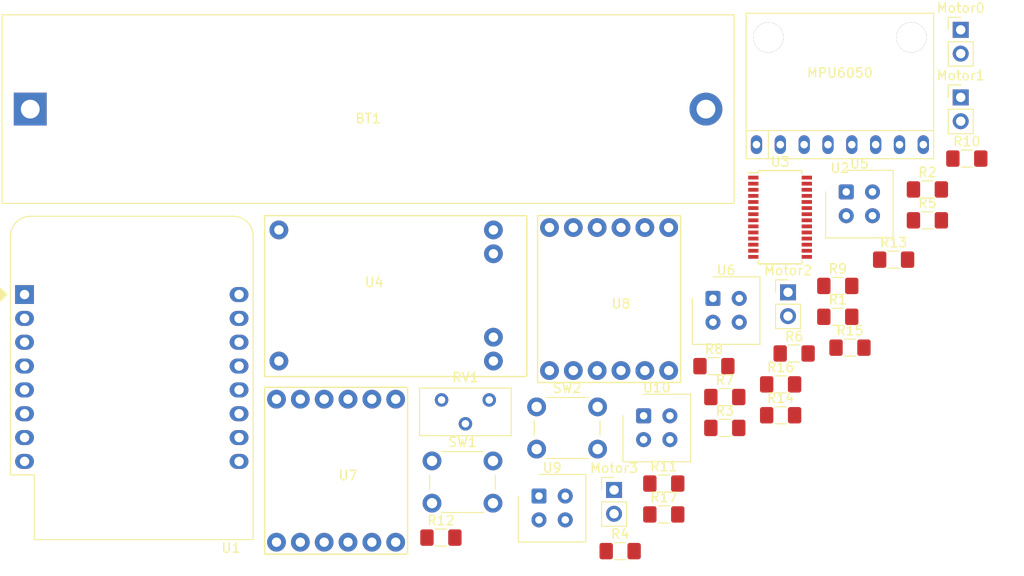
<source format=kicad_pcb>
(kicad_pcb (version 20171130) (host pcbnew "(5.1.5)-3")

  (general
    (thickness 1.6)
    (drawings 0)
    (tracks 0)
    (zones 0)
    (modules 35)
    (nets 59)
  )

  (page A4)
  (layers
    (0 F.Cu signal)
    (31 B.Cu signal)
    (32 B.Adhes user)
    (33 F.Adhes user)
    (34 B.Paste user)
    (35 F.Paste user)
    (36 B.SilkS user)
    (37 F.SilkS user)
    (38 B.Mask user)
    (39 F.Mask user)
    (40 Dwgs.User user)
    (41 Cmts.User user)
    (42 Eco1.User user)
    (43 Eco2.User user)
    (44 Edge.Cuts user)
    (45 Margin user)
    (46 B.CrtYd user)
    (47 F.CrtYd user)
    (48 B.Fab user)
    (49 F.Fab user)
  )

  (setup
    (last_trace_width 0.25)
    (trace_clearance 0.2)
    (zone_clearance 0.508)
    (zone_45_only no)
    (trace_min 0.2)
    (via_size 0.8)
    (via_drill 0.4)
    (via_min_size 0.4)
    (via_min_drill 0.3)
    (uvia_size 0.3)
    (uvia_drill 0.1)
    (uvias_allowed no)
    (uvia_min_size 0.2)
    (uvia_min_drill 0.1)
    (edge_width 0.05)
    (segment_width 0.2)
    (pcb_text_width 0.3)
    (pcb_text_size 1.5 1.5)
    (mod_edge_width 0.12)
    (mod_text_size 1 1)
    (mod_text_width 0.15)
    (pad_size 1.524 1.524)
    (pad_drill 0.762)
    (pad_to_mask_clearance 0.051)
    (solder_mask_min_width 0.25)
    (aux_axis_origin 0 0)
    (visible_elements FFFFFF7F)
    (pcbplotparams
      (layerselection 0x010fc_ffffffff)
      (usegerberextensions false)
      (usegerberattributes false)
      (usegerberadvancedattributes false)
      (creategerberjobfile false)
      (excludeedgelayer true)
      (linewidth 0.100000)
      (plotframeref false)
      (viasonmask false)
      (mode 1)
      (useauxorigin false)
      (hpglpennumber 1)
      (hpglpenspeed 20)
      (hpglpendiameter 15.000000)
      (psnegative false)
      (psa4output false)
      (plotreference true)
      (plotvalue true)
      (plotinvisibletext false)
      (padsonsilk false)
      (subtractmaskfromsilk false)
      (outputformat 1)
      (mirror false)
      (drillshape 1)
      (scaleselection 1)
      (outputdirectory ""))
  )

  (net 0 "")
  (net 1 "Net-(BT1-Pad1)")
  (net 2 "Net-(BT1-Pad2)")
  (net 3 "Net-(Motor0-Pad2)")
  (net 4 "Net-(Motor0-Pad1)")
  (net 5 "Net-(Motor1-Pad2)")
  (net 6 "Net-(Motor1-Pad1)")
  (net 7 "Net-(Motor2-Pad2)")
  (net 8 "Net-(Motor2-Pad1)")
  (net 9 "Net-(Motor3-Pad2)")
  (net 10 "Net-(Motor3-Pad1)")
  (net 11 "Net-(R1-Pad2)")
  (net 12 BatV)
  (net 13 GND)
  (net 14 "Net-(R2-Pad1)")
  (net 15 "Net-(R3-Pad2)")
  (net 16 SW0)
  (net 17 BAT-Sense)
  (net 18 "Net-(R4-Pad1)")
  (net 19 "Net-(R6-Pad2)")
  (net 20 MotorFault)
  (net 21 "Net-(R7-Pad2)")
  (net 22 SW1)
  (net 23 "Net-(R9-Pad2)")
  (net 24 "Net-(R10-Pad2)")
  (net 25 +3V3)
  (net 26 "Net-(R11-Pad2)")
  (net 27 WheelEnc0)
  (net 28 WheelEnc2)
  (net 29 "Net-(R14-Pad2)")
  (net 30 "Net-(R15-Pad2)")
  (net 31 WheelEnc1)
  (net 32 WheelEnc3)
  (net 33 "Net-(U1-Pad16)")
  (net 34 "Net-(U1-Pad15)")
  (net 35 SCL)
  (net 36 SDA)
  (net 37 5V-charge)
  (net 38 "Net-(U1-Pad1)")
  (net 39 "Net-(U2-Pad8)")
  (net 40 "Net-(U2-Pad7)")
  (net 41 "Net-(U2-Pad6)")
  (net 42 "Net-(U2-Pad5)")
  (net 43 "Net-(U3-Pad22)")
  (net 44 "Net-(U3-Pad21)")
  (net 45 "Net-(U3-Pad20)")
  (net 46 "Net-(U3-Pad19)")
  (net 47 "Net-(U3-Pad18)")
  (net 48 "Net-(U3-Pad17)")
  (net 49 "Net-(U3-Pad16)")
  (net 50 MotorSleep)
  (net 51 Motor3B)
  (net 52 Motor3A)
  (net 53 Motor2B)
  (net 54 Motor2A)
  (net 55 Motor1B)
  (net 56 Motor1A)
  (net 57 Motor0B)
  (net 58 Motor0A)

  (net_class Default "This is the default net class."
    (clearance 0.2)
    (trace_width 0.25)
    (via_dia 0.8)
    (via_drill 0.4)
    (uvia_dia 0.3)
    (uvia_drill 0.1)
    (add_net +3V3)
    (add_net 5V-charge)
    (add_net BAT-Sense)
    (add_net BatV)
    (add_net GND)
    (add_net Motor0A)
    (add_net Motor0B)
    (add_net Motor1A)
    (add_net Motor1B)
    (add_net Motor2A)
    (add_net Motor2B)
    (add_net Motor3A)
    (add_net Motor3B)
    (add_net MotorFault)
    (add_net MotorSleep)
    (add_net "Net-(BT1-Pad1)")
    (add_net "Net-(BT1-Pad2)")
    (add_net "Net-(Motor0-Pad1)")
    (add_net "Net-(Motor0-Pad2)")
    (add_net "Net-(Motor1-Pad1)")
    (add_net "Net-(Motor1-Pad2)")
    (add_net "Net-(Motor2-Pad1)")
    (add_net "Net-(Motor2-Pad2)")
    (add_net "Net-(Motor3-Pad1)")
    (add_net "Net-(Motor3-Pad2)")
    (add_net "Net-(R1-Pad2)")
    (add_net "Net-(R10-Pad2)")
    (add_net "Net-(R11-Pad2)")
    (add_net "Net-(R14-Pad2)")
    (add_net "Net-(R15-Pad2)")
    (add_net "Net-(R2-Pad1)")
    (add_net "Net-(R3-Pad2)")
    (add_net "Net-(R4-Pad1)")
    (add_net "Net-(R6-Pad2)")
    (add_net "Net-(R7-Pad2)")
    (add_net "Net-(R9-Pad2)")
    (add_net "Net-(U1-Pad1)")
    (add_net "Net-(U1-Pad15)")
    (add_net "Net-(U1-Pad16)")
    (add_net "Net-(U2-Pad5)")
    (add_net "Net-(U2-Pad6)")
    (add_net "Net-(U2-Pad7)")
    (add_net "Net-(U2-Pad8)")
    (add_net "Net-(U3-Pad16)")
    (add_net "Net-(U3-Pad17)")
    (add_net "Net-(U3-Pad18)")
    (add_net "Net-(U3-Pad19)")
    (add_net "Net-(U3-Pad20)")
    (add_net "Net-(U3-Pad21)")
    (add_net "Net-(U3-Pad22)")
    (add_net SCL)
    (add_net SDA)
    (add_net SW0)
    (add_net SW1)
    (add_net WheelEnc0)
    (add_net WheelEnc1)
    (add_net WheelEnc2)
    (add_net WheelEnc3)
  )

  (module OptoDevice:Vishay_CNY70 (layer F.Cu) (tedit 5B8AF8E9) (tstamp 5E705615)
    (at -225.47 172.38)
    (descr "package for Vishay CNY70 refective photo coupler/interrupter")
    (tags "Vishay CNY70 refective photo coupler")
    (path /5E7124C7)
    (fp_text reference U10 (at 1.4 -3) (layer F.SilkS)
      (effects (font (size 1 1) (thickness 0.15)))
    )
    (fp_text value CNY70 (at 1.4 5.8) (layer F.Fab)
      (effects (font (size 1 1) (thickness 0.15)))
    )
    (fp_line (start 5.15 5.05) (end -2.35 5.05) (layer F.CrtYd) (width 0.05))
    (fp_line (start 5.15 5.05) (end 5.15 -2.45) (layer F.CrtYd) (width 0.05))
    (fp_line (start -2.35 -2.45) (end -2.35 5.05) (layer F.CrtYd) (width 0.05))
    (fp_line (start -2.35 -2.45) (end 5.15 -2.45) (layer F.CrtYd) (width 0.05))
    (fp_line (start -1.1 -2.2) (end 4.9 -2.2) (layer F.Fab) (width 0.1))
    (fp_line (start 4.9 -2.2) (end 4.9 4.8) (layer F.Fab) (width 0.1))
    (fp_line (start 4.9 4.8) (end -2.1 4.8) (layer F.Fab) (width 0.1))
    (fp_line (start -2.1 4.8) (end -2.1 -1.2) (layer F.Fab) (width 0.1))
    (fp_line (start -2.1 -1.2) (end -1.1 -2.2) (layer F.Fab) (width 0.1))
    (fp_line (start 1.2 -2.2) (end 1.2 -1.9) (layer F.Fab) (width 0.1))
    (fp_line (start 1.2 -1.9) (end 1.6 -1.9) (layer F.Fab) (width 0.1))
    (fp_line (start 1.6 -1.9) (end 1.6 -2.2) (layer F.Fab) (width 0.1))
    (fp_line (start 1.6 4.8) (end 1.6 4.5) (layer F.Fab) (width 0.1))
    (fp_line (start 1.6 4.5) (end 1.2 4.5) (layer F.Fab) (width 0.1))
    (fp_line (start 1.2 4.5) (end 1.2 4.8) (layer F.Fab) (width 0.1))
    (fp_line (start 3.9 3.9) (end 3.9 -1.2) (layer F.Fab) (width 0.1))
    (fp_line (start 3.9 -1.2) (end -1.1 -1.2) (layer F.Fab) (width 0.1))
    (fp_line (start -1.1 -1.2) (end -1.1 3.9) (layer F.Fab) (width 0.1))
    (fp_line (start -1.1 3.9) (end 3.9 3.9) (layer F.Fab) (width 0.1))
    (fp_line (start 5 -2.3) (end 0 -2.3) (layer F.SilkS) (width 0.12))
    (fp_line (start -2.2 0) (end -2.2 4.9) (layer F.SilkS) (width 0.12))
    (fp_line (start -2.2 4.9) (end 5 4.9) (layer F.SilkS) (width 0.12))
    (fp_line (start 5 4.9) (end 5 -2.3) (layer F.SilkS) (width 0.12))
    (fp_text user %R (at 1.5 1.4) (layer F.Fab)
      (effects (font (size 1 1) (thickness 0.15)))
    )
    (pad 1 thru_hole roundrect (at 0 0) (size 1.6 1.6) (drill 0.8) (layers *.Cu *.Mask) (roundrect_rratio 0.156)
      (net 30 "Net-(R15-Pad2)"))
    (pad 2 thru_hole circle (at 0 2.54) (size 1.6 1.6) (drill 0.8) (layers *.Cu *.Mask)
      (net 13 GND))
    (pad 3 thru_hole circle (at 2.8 2.54) (size 1.6 1.6) (drill 0.8) (layers *.Cu *.Mask)
      (net 32 WheelEnc3))
    (pad 4 thru_hole circle (at 2.8 0) (size 1.6 1.6) (drill 0.8) (layers *.Cu *.Mask)
      (net 13 GND))
    (model ${KISYS3DMOD}/OptoDevice.3dshapes/Vishay_CNY70.wrl
      (at (xyz 0 0 0))
      (scale (xyz 1 1 1))
      (rotate (xyz 0 0 0))
    )
  )

  (module OptoDevice:Vishay_CNY70 (layer F.Cu) (tedit 5B8AF8E9) (tstamp 5E7055F5)
    (at -236.62 180.93)
    (descr "package for Vishay CNY70 refective photo coupler/interrupter")
    (tags "Vishay CNY70 refective photo coupler")
    (path /5E70ED59)
    (fp_text reference U9 (at 1.4 -3) (layer F.SilkS)
      (effects (font (size 1 1) (thickness 0.15)))
    )
    (fp_text value CNY70 (at 1.4 5.8) (layer F.Fab)
      (effects (font (size 1 1) (thickness 0.15)))
    )
    (fp_line (start 5.15 5.05) (end -2.35 5.05) (layer F.CrtYd) (width 0.05))
    (fp_line (start 5.15 5.05) (end 5.15 -2.45) (layer F.CrtYd) (width 0.05))
    (fp_line (start -2.35 -2.45) (end -2.35 5.05) (layer F.CrtYd) (width 0.05))
    (fp_line (start -2.35 -2.45) (end 5.15 -2.45) (layer F.CrtYd) (width 0.05))
    (fp_line (start -1.1 -2.2) (end 4.9 -2.2) (layer F.Fab) (width 0.1))
    (fp_line (start 4.9 -2.2) (end 4.9 4.8) (layer F.Fab) (width 0.1))
    (fp_line (start 4.9 4.8) (end -2.1 4.8) (layer F.Fab) (width 0.1))
    (fp_line (start -2.1 4.8) (end -2.1 -1.2) (layer F.Fab) (width 0.1))
    (fp_line (start -2.1 -1.2) (end -1.1 -2.2) (layer F.Fab) (width 0.1))
    (fp_line (start 1.2 -2.2) (end 1.2 -1.9) (layer F.Fab) (width 0.1))
    (fp_line (start 1.2 -1.9) (end 1.6 -1.9) (layer F.Fab) (width 0.1))
    (fp_line (start 1.6 -1.9) (end 1.6 -2.2) (layer F.Fab) (width 0.1))
    (fp_line (start 1.6 4.8) (end 1.6 4.5) (layer F.Fab) (width 0.1))
    (fp_line (start 1.6 4.5) (end 1.2 4.5) (layer F.Fab) (width 0.1))
    (fp_line (start 1.2 4.5) (end 1.2 4.8) (layer F.Fab) (width 0.1))
    (fp_line (start 3.9 3.9) (end 3.9 -1.2) (layer F.Fab) (width 0.1))
    (fp_line (start 3.9 -1.2) (end -1.1 -1.2) (layer F.Fab) (width 0.1))
    (fp_line (start -1.1 -1.2) (end -1.1 3.9) (layer F.Fab) (width 0.1))
    (fp_line (start -1.1 3.9) (end 3.9 3.9) (layer F.Fab) (width 0.1))
    (fp_line (start 5 -2.3) (end 0 -2.3) (layer F.SilkS) (width 0.12))
    (fp_line (start -2.2 0) (end -2.2 4.9) (layer F.SilkS) (width 0.12))
    (fp_line (start -2.2 4.9) (end 5 4.9) (layer F.SilkS) (width 0.12))
    (fp_line (start 5 4.9) (end 5 -2.3) (layer F.SilkS) (width 0.12))
    (fp_text user %R (at 1.5 1.4) (layer F.Fab)
      (effects (font (size 1 1) (thickness 0.15)))
    )
    (pad 1 thru_hole roundrect (at 0 0) (size 1.6 1.6) (drill 0.8) (layers *.Cu *.Mask) (roundrect_rratio 0.156)
      (net 29 "Net-(R14-Pad2)"))
    (pad 2 thru_hole circle (at 0 2.54) (size 1.6 1.6) (drill 0.8) (layers *.Cu *.Mask)
      (net 13 GND))
    (pad 3 thru_hole circle (at 2.8 2.54) (size 1.6 1.6) (drill 0.8) (layers *.Cu *.Mask)
      (net 31 WheelEnc1))
    (pad 4 thru_hole circle (at 2.8 0) (size 1.6 1.6) (drill 0.8) (layers *.Cu *.Mask)
      (net 13 GND))
    (model ${KISYS3DMOD}/OptoDevice.3dshapes/Vishay_CNY70.wrl
      (at (xyz 0 0 0))
      (scale (xyz 1 1 1))
      (rotate (xyz 0 0 0))
    )
  )

  (module SmootherBoard:DRV8833_module (layer F.Cu) (tedit 5E6FFE5A) (tstamp 5E7055D5)
    (at -227.88 159.94)
    (path /5E745719)
    (fp_text reference U8 (at 0 0.5) (layer F.SilkS)
      (effects (font (size 1 1) (thickness 0.15)))
    )
    (fp_text value DRV8833_module (at 0 -0.5) (layer F.Fab)
      (effects (font (size 1 1) (thickness 0.15)))
    )
    (fp_line (start 6.35 -8.89) (end -8.89 -8.89) (layer F.SilkS) (width 0.15))
    (fp_line (start 6.35 8.89) (end 6.35 -8.89) (layer F.SilkS) (width 0.15))
    (fp_line (start -8.89 8.89) (end 6.35 8.89) (layer F.SilkS) (width 0.15))
    (fp_line (start -8.89 -8.89) (end -8.89 8.89) (layer F.SilkS) (width 0.15))
    (pad 12 thru_hole circle (at -7.62 7.62) (size 2 2) (drill 1) (layers *.Cu *.Mask)
      (net 50 MotorSleep))
    (pad 11 thru_hole circle (at -5.08 7.62) (size 2 2) (drill 1) (layers *.Cu *.Mask)
      (net 5 "Net-(Motor1-Pad2)"))
    (pad 10 thru_hole circle (at -2.54 7.62) (size 2 2) (drill 1) (layers *.Cu *.Mask)
      (net 6 "Net-(Motor1-Pad1)"))
    (pad 9 thru_hole circle (at 0 7.62) (size 2 2) (drill 1) (layers *.Cu *.Mask)
      (net 3 "Net-(Motor0-Pad2)"))
    (pad 8 thru_hole circle (at 2.54 7.62) (size 2 2) (drill 1) (layers *.Cu *.Mask)
      (net 4 "Net-(Motor0-Pad1)"))
    (pad 7 thru_hole circle (at 5.08 7.62) (size 2 2) (drill 1) (layers *.Cu *.Mask)
      (net 20 MotorFault))
    (pad 6 thru_hole circle (at 5.08 -7.62) (size 2 2) (drill 1) (layers *.Cu *.Mask)
      (net 58 Motor0A))
    (pad 5 thru_hole circle (at 2.54 -7.62) (size 2 2) (drill 1) (layers *.Cu *.Mask)
      (net 57 Motor0B))
    (pad 4 thru_hole circle (at 0 -7.62) (size 2 2) (drill 1) (layers *.Cu *.Mask)
      (net 12 BatV))
    (pad 3 thru_hole circle (at -2.54 -7.62) (size 2 2) (drill 1) (layers *.Cu *.Mask)
      (net 13 GND))
    (pad 2 thru_hole circle (at -5.08 -7.62) (size 2 2) (drill 1) (layers *.Cu *.Mask)
      (net 56 Motor1A))
    (pad 1 thru_hole circle (at -7.62 -7.62) (size 2 2) (drill 1) (layers *.Cu *.Mask)
      (net 55 Motor1B))
  )

  (module SmootherBoard:DRV8833_module (layer F.Cu) (tedit 5E6FFE5A) (tstamp 5E7055C1)
    (at -256.97 178.23)
    (path /5E74685A)
    (fp_text reference U7 (at 0 0.5) (layer F.SilkS)
      (effects (font (size 1 1) (thickness 0.15)))
    )
    (fp_text value DRV8833_module (at 0 -0.5) (layer F.Fab)
      (effects (font (size 1 1) (thickness 0.15)))
    )
    (fp_line (start 6.35 -8.89) (end -8.89 -8.89) (layer F.SilkS) (width 0.15))
    (fp_line (start 6.35 8.89) (end 6.35 -8.89) (layer F.SilkS) (width 0.15))
    (fp_line (start -8.89 8.89) (end 6.35 8.89) (layer F.SilkS) (width 0.15))
    (fp_line (start -8.89 -8.89) (end -8.89 8.89) (layer F.SilkS) (width 0.15))
    (pad 12 thru_hole circle (at -7.62 7.62) (size 2 2) (drill 1) (layers *.Cu *.Mask)
      (net 50 MotorSleep))
    (pad 11 thru_hole circle (at -5.08 7.62) (size 2 2) (drill 1) (layers *.Cu *.Mask)
      (net 9 "Net-(Motor3-Pad2)"))
    (pad 10 thru_hole circle (at -2.54 7.62) (size 2 2) (drill 1) (layers *.Cu *.Mask)
      (net 10 "Net-(Motor3-Pad1)"))
    (pad 9 thru_hole circle (at 0 7.62) (size 2 2) (drill 1) (layers *.Cu *.Mask)
      (net 7 "Net-(Motor2-Pad2)"))
    (pad 8 thru_hole circle (at 2.54 7.62) (size 2 2) (drill 1) (layers *.Cu *.Mask)
      (net 8 "Net-(Motor2-Pad1)"))
    (pad 7 thru_hole circle (at 5.08 7.62) (size 2 2) (drill 1) (layers *.Cu *.Mask)
      (net 20 MotorFault))
    (pad 6 thru_hole circle (at 5.08 -7.62) (size 2 2) (drill 1) (layers *.Cu *.Mask)
      (net 54 Motor2A))
    (pad 5 thru_hole circle (at 2.54 -7.62) (size 2 2) (drill 1) (layers *.Cu *.Mask)
      (net 53 Motor2B))
    (pad 4 thru_hole circle (at 0 -7.62) (size 2 2) (drill 1) (layers *.Cu *.Mask)
      (net 12 BatV))
    (pad 3 thru_hole circle (at -2.54 -7.62) (size 2 2) (drill 1) (layers *.Cu *.Mask)
      (net 13 GND))
    (pad 2 thru_hole circle (at -5.08 -7.62) (size 2 2) (drill 1) (layers *.Cu *.Mask)
      (net 52 Motor3A))
    (pad 1 thru_hole circle (at -7.62 -7.62) (size 2 2) (drill 1) (layers *.Cu *.Mask)
      (net 51 Motor3B))
  )

  (module OptoDevice:Vishay_CNY70 (layer F.Cu) (tedit 5B8AF8E9) (tstamp 5E7055AD)
    (at -218.08 159.87)
    (descr "package for Vishay CNY70 refective photo coupler/interrupter")
    (tags "Vishay CNY70 refective photo coupler")
    (path /5E710A73)
    (fp_text reference U6 (at 1.4 -3) (layer F.SilkS)
      (effects (font (size 1 1) (thickness 0.15)))
    )
    (fp_text value CNY70 (at 1.4 5.8) (layer F.Fab)
      (effects (font (size 1 1) (thickness 0.15)))
    )
    (fp_line (start 5.15 5.05) (end -2.35 5.05) (layer F.CrtYd) (width 0.05))
    (fp_line (start 5.15 5.05) (end 5.15 -2.45) (layer F.CrtYd) (width 0.05))
    (fp_line (start -2.35 -2.45) (end -2.35 5.05) (layer F.CrtYd) (width 0.05))
    (fp_line (start -2.35 -2.45) (end 5.15 -2.45) (layer F.CrtYd) (width 0.05))
    (fp_line (start -1.1 -2.2) (end 4.9 -2.2) (layer F.Fab) (width 0.1))
    (fp_line (start 4.9 -2.2) (end 4.9 4.8) (layer F.Fab) (width 0.1))
    (fp_line (start 4.9 4.8) (end -2.1 4.8) (layer F.Fab) (width 0.1))
    (fp_line (start -2.1 4.8) (end -2.1 -1.2) (layer F.Fab) (width 0.1))
    (fp_line (start -2.1 -1.2) (end -1.1 -2.2) (layer F.Fab) (width 0.1))
    (fp_line (start 1.2 -2.2) (end 1.2 -1.9) (layer F.Fab) (width 0.1))
    (fp_line (start 1.2 -1.9) (end 1.6 -1.9) (layer F.Fab) (width 0.1))
    (fp_line (start 1.6 -1.9) (end 1.6 -2.2) (layer F.Fab) (width 0.1))
    (fp_line (start 1.6 4.8) (end 1.6 4.5) (layer F.Fab) (width 0.1))
    (fp_line (start 1.6 4.5) (end 1.2 4.5) (layer F.Fab) (width 0.1))
    (fp_line (start 1.2 4.5) (end 1.2 4.8) (layer F.Fab) (width 0.1))
    (fp_line (start 3.9 3.9) (end 3.9 -1.2) (layer F.Fab) (width 0.1))
    (fp_line (start 3.9 -1.2) (end -1.1 -1.2) (layer F.Fab) (width 0.1))
    (fp_line (start -1.1 -1.2) (end -1.1 3.9) (layer F.Fab) (width 0.1))
    (fp_line (start -1.1 3.9) (end 3.9 3.9) (layer F.Fab) (width 0.1))
    (fp_line (start 5 -2.3) (end 0 -2.3) (layer F.SilkS) (width 0.12))
    (fp_line (start -2.2 0) (end -2.2 4.9) (layer F.SilkS) (width 0.12))
    (fp_line (start -2.2 4.9) (end 5 4.9) (layer F.SilkS) (width 0.12))
    (fp_line (start 5 4.9) (end 5 -2.3) (layer F.SilkS) (width 0.12))
    (fp_text user %R (at 1.5 1.4) (layer F.Fab)
      (effects (font (size 1 1) (thickness 0.15)))
    )
    (pad 1 thru_hole roundrect (at 0 0) (size 1.6 1.6) (drill 0.8) (layers *.Cu *.Mask) (roundrect_rratio 0.156)
      (net 26 "Net-(R11-Pad2)"))
    (pad 2 thru_hole circle (at 0 2.54) (size 1.6 1.6) (drill 0.8) (layers *.Cu *.Mask)
      (net 13 GND))
    (pad 3 thru_hole circle (at 2.8 2.54) (size 1.6 1.6) (drill 0.8) (layers *.Cu *.Mask)
      (net 28 WheelEnc2))
    (pad 4 thru_hole circle (at 2.8 0) (size 1.6 1.6) (drill 0.8) (layers *.Cu *.Mask)
      (net 13 GND))
    (model ${KISYS3DMOD}/OptoDevice.3dshapes/Vishay_CNY70.wrl
      (at (xyz 0 0 0))
      (scale (xyz 1 1 1))
      (rotate (xyz 0 0 0))
    )
  )

  (module OptoDevice:Vishay_CNY70 (layer F.Cu) (tedit 5B8AF8E9) (tstamp 5E70558D)
    (at -203.88 148.52)
    (descr "package for Vishay CNY70 refective photo coupler/interrupter")
    (tags "Vishay CNY70 refective photo coupler")
    (path /5E702942)
    (fp_text reference U5 (at 1.4 -3) (layer F.SilkS)
      (effects (font (size 1 1) (thickness 0.15)))
    )
    (fp_text value CNY70 (at 1.4 5.8) (layer F.Fab)
      (effects (font (size 1 1) (thickness 0.15)))
    )
    (fp_line (start 5.15 5.05) (end -2.35 5.05) (layer F.CrtYd) (width 0.05))
    (fp_line (start 5.15 5.05) (end 5.15 -2.45) (layer F.CrtYd) (width 0.05))
    (fp_line (start -2.35 -2.45) (end -2.35 5.05) (layer F.CrtYd) (width 0.05))
    (fp_line (start -2.35 -2.45) (end 5.15 -2.45) (layer F.CrtYd) (width 0.05))
    (fp_line (start -1.1 -2.2) (end 4.9 -2.2) (layer F.Fab) (width 0.1))
    (fp_line (start 4.9 -2.2) (end 4.9 4.8) (layer F.Fab) (width 0.1))
    (fp_line (start 4.9 4.8) (end -2.1 4.8) (layer F.Fab) (width 0.1))
    (fp_line (start -2.1 4.8) (end -2.1 -1.2) (layer F.Fab) (width 0.1))
    (fp_line (start -2.1 -1.2) (end -1.1 -2.2) (layer F.Fab) (width 0.1))
    (fp_line (start 1.2 -2.2) (end 1.2 -1.9) (layer F.Fab) (width 0.1))
    (fp_line (start 1.2 -1.9) (end 1.6 -1.9) (layer F.Fab) (width 0.1))
    (fp_line (start 1.6 -1.9) (end 1.6 -2.2) (layer F.Fab) (width 0.1))
    (fp_line (start 1.6 4.8) (end 1.6 4.5) (layer F.Fab) (width 0.1))
    (fp_line (start 1.6 4.5) (end 1.2 4.5) (layer F.Fab) (width 0.1))
    (fp_line (start 1.2 4.5) (end 1.2 4.8) (layer F.Fab) (width 0.1))
    (fp_line (start 3.9 3.9) (end 3.9 -1.2) (layer F.Fab) (width 0.1))
    (fp_line (start 3.9 -1.2) (end -1.1 -1.2) (layer F.Fab) (width 0.1))
    (fp_line (start -1.1 -1.2) (end -1.1 3.9) (layer F.Fab) (width 0.1))
    (fp_line (start -1.1 3.9) (end 3.9 3.9) (layer F.Fab) (width 0.1))
    (fp_line (start 5 -2.3) (end 0 -2.3) (layer F.SilkS) (width 0.12))
    (fp_line (start -2.2 0) (end -2.2 4.9) (layer F.SilkS) (width 0.12))
    (fp_line (start -2.2 4.9) (end 5 4.9) (layer F.SilkS) (width 0.12))
    (fp_line (start 5 4.9) (end 5 -2.3) (layer F.SilkS) (width 0.12))
    (fp_text user %R (at 1.5 1.4) (layer F.Fab)
      (effects (font (size 1 1) (thickness 0.15)))
    )
    (pad 1 thru_hole roundrect (at 0 0) (size 1.6 1.6) (drill 0.8) (layers *.Cu *.Mask) (roundrect_rratio 0.156)
      (net 24 "Net-(R10-Pad2)"))
    (pad 2 thru_hole circle (at 0 2.54) (size 1.6 1.6) (drill 0.8) (layers *.Cu *.Mask)
      (net 13 GND))
    (pad 3 thru_hole circle (at 2.8 2.54) (size 1.6 1.6) (drill 0.8) (layers *.Cu *.Mask)
      (net 27 WheelEnc0))
    (pad 4 thru_hole circle (at 2.8 0) (size 1.6 1.6) (drill 0.8) (layers *.Cu *.Mask)
      (net 13 GND))
    (model ${KISYS3DMOD}/OptoDevice.3dshapes/Vishay_CNY70.wrl
      (at (xyz 0 0 0))
      (scale (xyz 1 1 1))
      (rotate (xyz 0 0 0))
    )
  )

  (module SmootherBoard:TP4056_module (layer F.Cu) (tedit 5E6FFE07) (tstamp 5E70556D)
    (at -254.176 157.654)
    (path /5E704B51)
    (fp_text reference U4 (at 0 0.5) (layer F.SilkS)
      (effects (font (size 1 1) (thickness 0.15)))
    )
    (fp_text value TP4056_module (at 0 -0.5) (layer F.Fab)
      (effects (font (size 1 1) (thickness 0.15)))
    )
    (fp_line (start -11.684 10.541) (end -11.684 -6.604) (layer F.SilkS) (width 0.15))
    (fp_line (start 16.256 10.541) (end -11.684 10.541) (layer F.SilkS) (width 0.15))
    (fp_line (start 16.256 -6.604) (end 16.256 10.541) (layer F.SilkS) (width 0.15))
    (fp_line (start -11.684 -6.604) (end 16.256 -6.604) (layer F.SilkS) (width 0.15))
    (pad 6 thru_hole circle (at 12.7 -5.08) (size 2 2) (drill 1) (layers *.Cu *.Mask)
      (net 12 BatV))
    (pad 5 thru_hole circle (at 12.7 8.89) (size 2 2) (drill 1) (layers *.Cu *.Mask)
      (net 13 GND))
    (pad 4 thru_hole circle (at 12.7 6.35) (size 2 2) (drill 1) (layers *.Cu *.Mask)
      (net 2 "Net-(BT1-Pad2)"))
    (pad 3 thru_hole circle (at 12.7 -2.54) (size 2 2) (drill 1) (layers *.Cu *.Mask)
      (net 1 "Net-(BT1-Pad1)"))
    (pad 2 thru_hole circle (at -10.16 8.89) (size 2 2) (drill 1) (layers *.Cu *.Mask)
      (net 13 GND))
    (pad 1 thru_hole circle (at -10.16 -5.08) (size 2 2) (drill 1) (layers *.Cu *.Mask)
      (net 37 5V-charge))
  )

  (module Package_SO:TSSOP-28_4.4x9.7mm_P0.65mm (layer F.Cu) (tedit 5A02F25C) (tstamp 5E70555F)
    (at -210.93 151.22)
    (descr "TSSOP28: plastic thin shrink small outline package; 28 leads; body width 4.4 mm; (see NXP SSOP-TSSOP-VSO-REFLOW.pdf and sot361-1_po.pdf)")
    (tags "SSOP 0.65")
    (path /5E6FEAC5)
    (attr smd)
    (fp_text reference U3 (at 0 -5.9) (layer F.SilkS)
      (effects (font (size 1 1) (thickness 0.15)))
    )
    (fp_text value PCA9685PW (at 0 5.9) (layer F.Fab)
      (effects (font (size 1 1) (thickness 0.15)))
    )
    (fp_text user %R (at 0 0) (layer F.Fab)
      (effects (font (size 0.8 0.8) (thickness 0.15)))
    )
    (fp_line (start -2.325 -4.75) (end -3.4 -4.75) (layer F.SilkS) (width 0.15))
    (fp_line (start -2.325 4.975) (end 2.325 4.975) (layer F.SilkS) (width 0.15))
    (fp_line (start -2.325 -4.975) (end 2.325 -4.975) (layer F.SilkS) (width 0.15))
    (fp_line (start -2.325 4.975) (end -2.325 4.65) (layer F.SilkS) (width 0.15))
    (fp_line (start 2.325 4.975) (end 2.325 4.65) (layer F.SilkS) (width 0.15))
    (fp_line (start 2.325 -4.975) (end 2.325 -4.65) (layer F.SilkS) (width 0.15))
    (fp_line (start -2.325 -4.975) (end -2.325 -4.75) (layer F.SilkS) (width 0.15))
    (fp_line (start -3.65 5.15) (end 3.65 5.15) (layer F.CrtYd) (width 0.05))
    (fp_line (start -3.65 -5.15) (end 3.65 -5.15) (layer F.CrtYd) (width 0.05))
    (fp_line (start 3.65 -5.15) (end 3.65 5.15) (layer F.CrtYd) (width 0.05))
    (fp_line (start -3.65 -5.15) (end -3.65 5.15) (layer F.CrtYd) (width 0.05))
    (fp_line (start -2.2 -3.85) (end -1.2 -4.85) (layer F.Fab) (width 0.15))
    (fp_line (start -2.2 4.85) (end -2.2 -3.85) (layer F.Fab) (width 0.15))
    (fp_line (start 2.2 4.85) (end -2.2 4.85) (layer F.Fab) (width 0.15))
    (fp_line (start 2.2 -4.85) (end 2.2 4.85) (layer F.Fab) (width 0.15))
    (fp_line (start -1.2 -4.85) (end 2.2 -4.85) (layer F.Fab) (width 0.15))
    (pad 28 smd rect (at 2.85 -4.225) (size 1.1 0.4) (layers F.Cu F.Paste F.Mask)
      (net 25 +3V3))
    (pad 27 smd rect (at 2.85 -3.575) (size 1.1 0.4) (layers F.Cu F.Paste F.Mask)
      (net 36 SDA))
    (pad 26 smd rect (at 2.85 -2.925) (size 1.1 0.4) (layers F.Cu F.Paste F.Mask)
      (net 35 SCL))
    (pad 25 smd rect (at 2.85 -2.275) (size 1.1 0.4) (layers F.Cu F.Paste F.Mask)
      (net 13 GND))
    (pad 24 smd rect (at 2.85 -1.625) (size 1.1 0.4) (layers F.Cu F.Paste F.Mask)
      (net 13 GND))
    (pad 23 smd rect (at 2.85 -0.975) (size 1.1 0.4) (layers F.Cu F.Paste F.Mask)
      (net 23 "Net-(R9-Pad2)"))
    (pad 22 smd rect (at 2.85 -0.325) (size 1.1 0.4) (layers F.Cu F.Paste F.Mask)
      (net 43 "Net-(U3-Pad22)"))
    (pad 21 smd rect (at 2.85 0.325) (size 1.1 0.4) (layers F.Cu F.Paste F.Mask)
      (net 44 "Net-(U3-Pad21)"))
    (pad 20 smd rect (at 2.85 0.975) (size 1.1 0.4) (layers F.Cu F.Paste F.Mask)
      (net 45 "Net-(U3-Pad20)"))
    (pad 19 smd rect (at 2.85 1.625) (size 1.1 0.4) (layers F.Cu F.Paste F.Mask)
      (net 46 "Net-(U3-Pad19)"))
    (pad 18 smd rect (at 2.85 2.275) (size 1.1 0.4) (layers F.Cu F.Paste F.Mask)
      (net 47 "Net-(U3-Pad18)"))
    (pad 17 smd rect (at 2.85 2.925) (size 1.1 0.4) (layers F.Cu F.Paste F.Mask)
      (net 48 "Net-(U3-Pad17)"))
    (pad 16 smd rect (at 2.85 3.575) (size 1.1 0.4) (layers F.Cu F.Paste F.Mask)
      (net 49 "Net-(U3-Pad16)"))
    (pad 15 smd rect (at 2.85 4.225) (size 1.1 0.4) (layers F.Cu F.Paste F.Mask)
      (net 50 MotorSleep))
    (pad 14 smd rect (at -2.85 4.225) (size 1.1 0.4) (layers F.Cu F.Paste F.Mask)
      (net 13 GND))
    (pad 13 smd rect (at -2.85 3.575) (size 1.1 0.4) (layers F.Cu F.Paste F.Mask)
      (net 51 Motor3B))
    (pad 12 smd rect (at -2.85 2.925) (size 1.1 0.4) (layers F.Cu F.Paste F.Mask)
      (net 52 Motor3A))
    (pad 11 smd rect (at -2.85 2.275) (size 1.1 0.4) (layers F.Cu F.Paste F.Mask)
      (net 53 Motor2B))
    (pad 10 smd rect (at -2.85 1.625) (size 1.1 0.4) (layers F.Cu F.Paste F.Mask)
      (net 54 Motor2A))
    (pad 9 smd rect (at -2.85 0.975) (size 1.1 0.4) (layers F.Cu F.Paste F.Mask)
      (net 55 Motor1B))
    (pad 8 smd rect (at -2.85 0.325) (size 1.1 0.4) (layers F.Cu F.Paste F.Mask)
      (net 56 Motor1A))
    (pad 7 smd rect (at -2.85 -0.325) (size 1.1 0.4) (layers F.Cu F.Paste F.Mask)
      (net 57 Motor0B))
    (pad 6 smd rect (at -2.85 -0.975) (size 1.1 0.4) (layers F.Cu F.Paste F.Mask)
      (net 58 Motor0A))
    (pad 5 smd rect (at -2.85 -1.625) (size 1.1 0.4) (layers F.Cu F.Paste F.Mask)
      (net 13 GND))
    (pad 4 smd rect (at -2.85 -2.275) (size 1.1 0.4) (layers F.Cu F.Paste F.Mask)
      (net 13 GND))
    (pad 3 smd rect (at -2.85 -2.925) (size 1.1 0.4) (layers F.Cu F.Paste F.Mask)
      (net 13 GND))
    (pad 2 smd rect (at -2.85 -3.575) (size 1.1 0.4) (layers F.Cu F.Paste F.Mask)
      (net 13 GND))
    (pad 1 smd rect (at -2.85 -4.225) (size 1.1 0.4) (layers F.Cu F.Paste F.Mask)
      (net 13 GND))
    (model ${KISYS3DMOD}/Package_SO.3dshapes/TSSOP-28_4.4x9.7mm_P0.65mm.wrl
      (at (xyz 0 0 0))
      (scale (xyz 1 1 1))
      (rotate (xyz 0 0 0))
    )
  )

  (module SmootherBoard:MPU6050_Breakdown (layer F.Cu) (tedit 5E6FF20D) (tstamp 5E70552E)
    (at -204.555 143.485)
    (path /5E706642)
    (fp_text reference U2 (at 0 2.5) (layer F.SilkS)
      (effects (font (size 1 1) (thickness 0.15)))
    )
    (fp_text value MPU6050_breakdown (at 0 -2.5) (layer F.Fab)
      (effects (font (size 1 1) (thickness 0.15)))
    )
    (fp_text user MPU6050 (at 0 -7.65) (layer F.SilkS)
      (effects (font (size 1 1) (thickness 0.15)))
    )
    (fp_line (start -9.99 -14) (end -9.99 -1.5) (layer F.SilkS) (width 0.12))
    (fp_line (start 9.99 -1.5) (end 9.99 -14) (layer F.SilkS) (width 0.12))
    (fp_line (start -7.62 -1.5) (end 9.99 -1.5) (layer F.SilkS) (width 0.12))
    (fp_line (start -9.99 -1.5) (end -7.62 -1.5) (layer F.SilkS) (width 0.12))
    (fp_line (start -9.74 1.25) (end -9.74 -1.25) (layer F.CrtYd) (width 0.05))
    (fp_line (start 9.74 1.25) (end -9.74 1.25) (layer F.CrtYd) (width 0.05))
    (fp_line (start 9.74 -1.25) (end 9.74 1.25) (layer F.CrtYd) (width 0.05))
    (fp_line (start -9.74 -1.25) (end 9.74 -1.25) (layer F.CrtYd) (width 0.05))
    (fp_line (start -7.62 -1.5) (end -7.62 1.5) (layer F.SilkS) (width 0.12))
    (fp_line (start -9.99 1.5) (end -9.99 -1.5) (layer F.SilkS) (width 0.12))
    (fp_line (start 9.99 1.5) (end -9.99 1.5) (layer F.SilkS) (width 0.12))
    (fp_line (start 9.99 -1.5) (end 9.99 1.5) (layer F.SilkS) (width 0.12))
    (fp_line (start -9.99 -14) (end 9.99 -14) (layer F.SilkS) (width 0.12))
    (pad ~ thru_hole circle (at 7.62 -11.43) (size 3.2 3.2) (drill 3.2) (layers *.Cu *.Mask))
    (pad ~ thru_hole circle (at -7.62 -11.43) (size 3.2 3.2) (drill 3.2) (layers *.Cu *.Mask))
    (pad 8 thru_hole oval (at 8.89 0) (size 1.2 2) (drill 0.8) (layers *.Cu *.Mask)
      (net 39 "Net-(U2-Pad8)"))
    (pad 7 thru_hole oval (at 6.35 0) (size 1.2 2) (drill 0.8) (layers *.Cu *.Mask)
      (net 40 "Net-(U2-Pad7)"))
    (pad 6 thru_hole oval (at 3.81 0) (size 1.2 2) (drill 0.8) (layers *.Cu *.Mask)
      (net 41 "Net-(U2-Pad6)"))
    (pad 5 thru_hole oval (at 1.27 0) (size 1.2 2) (drill 0.8) (layers *.Cu *.Mask)
      (net 42 "Net-(U2-Pad5)"))
    (pad 4 thru_hole oval (at -1.27 0) (size 1.2 2) (drill 0.8) (layers *.Cu *.Mask)
      (net 36 SDA))
    (pad 3 thru_hole oval (at -3.81 0) (size 1.2 2) (drill 0.8) (layers *.Cu *.Mask)
      (net 35 SCL))
    (pad 2 thru_hole oval (at -6.35 0) (size 1.2 2) (drill 0.8) (layers *.Cu *.Mask)
      (net 13 GND))
    (pad 1 thru_hole oval (at -8.89 0) (size 1.2 2) (drill 0.8) (layers *.Cu *.Mask)
      (net 25 +3V3))
  )

  (module Module:WEMOS_D1_mini_light (layer F.Cu) (tedit 5BBFB1CE) (tstamp 5E705512)
    (at -291.44 159.46)
    (descr "16-pin module, column spacing 22.86 mm (900 mils), https://wiki.wemos.cc/products:d1:d1_mini, https://c1.staticflickr.com/1/734/31400410271_f278b087db_z.jpg")
    (tags "ESP8266 WiFi microcontroller")
    (path /5E6FF420)
    (fp_text reference U1 (at 22 27) (layer F.SilkS)
      (effects (font (size 1 1) (thickness 0.15)))
    )
    (fp_text value WeMos_D1_mini (at 11.7 0) (layer F.Fab)
      (effects (font (size 1 1) (thickness 0.15)))
    )
    (fp_text user "No copper" (at 11.43 -3.81) (layer Cmts.User)
      (effects (font (size 1 1) (thickness 0.15)))
    )
    (fp_text user "KEEP OUT" (at 11.43 -6.35) (layer Cmts.User)
      (effects (font (size 1 1) (thickness 0.15)))
    )
    (fp_arc (start 22.23 -6.21) (end 24.36 -6.21) (angle -90) (layer F.SilkS) (width 0.12))
    (fp_arc (start 0.63 -6.21) (end 0.63 -8.34) (angle -90) (layer F.SilkS) (width 0.12))
    (fp_line (start 1.04 19.22) (end 1.04 26.12) (layer F.SilkS) (width 0.12))
    (fp_line (start -1.5 19.22) (end 1.04 19.22) (layer F.SilkS) (width 0.12))
    (fp_arc (start 22.23 -6.21) (end 24.23 -6.19) (angle -90) (layer F.Fab) (width 0.1))
    (fp_arc (start 0.63 -6.21) (end 0.63 -8.21) (angle -90) (layer F.Fab) (width 0.1))
    (fp_line (start -0.37 0) (end -1.37 -1) (layer F.Fab) (width 0.1))
    (fp_line (start -1.37 1) (end -0.37 0) (layer F.Fab) (width 0.1))
    (fp_line (start -1.37 -6.21) (end -1.37 -1) (layer F.Fab) (width 0.1))
    (fp_line (start 1.17 19.09) (end 1.17 25.99) (layer F.Fab) (width 0.1))
    (fp_line (start -1.37 19.09) (end 1.17 19.09) (layer F.Fab) (width 0.1))
    (fp_line (start -1.35 -7.4) (end -0.55 -8.2) (layer Dwgs.User) (width 0.1))
    (fp_line (start -1.3 -5.45) (end 1.45 -8.2) (layer Dwgs.User) (width 0.1))
    (fp_line (start -1.35 -3.4) (end 3.45 -8.2) (layer Dwgs.User) (width 0.1))
    (fp_line (start 22.65 -1.4) (end 24.25 -3) (layer Dwgs.User) (width 0.1))
    (fp_line (start 20.65 -1.4) (end 24.25 -5) (layer Dwgs.User) (width 0.1))
    (fp_line (start 18.65 -1.4) (end 24.25 -7) (layer Dwgs.User) (width 0.1))
    (fp_line (start 16.65 -1.4) (end 23.45 -8.2) (layer Dwgs.User) (width 0.1))
    (fp_line (start 14.65 -1.4) (end 21.45 -8.2) (layer Dwgs.User) (width 0.1))
    (fp_line (start 12.65 -1.4) (end 19.45 -8.2) (layer Dwgs.User) (width 0.1))
    (fp_line (start 10.65 -1.4) (end 17.45 -8.2) (layer Dwgs.User) (width 0.1))
    (fp_line (start 8.65 -1.4) (end 15.45 -8.2) (layer Dwgs.User) (width 0.1))
    (fp_line (start 6.65 -1.4) (end 13.45 -8.2) (layer Dwgs.User) (width 0.1))
    (fp_line (start 4.65 -1.4) (end 11.45 -8.2) (layer Dwgs.User) (width 0.1))
    (fp_line (start 2.65 -1.4) (end 9.45 -8.2) (layer Dwgs.User) (width 0.1))
    (fp_line (start 0.65 -1.4) (end 7.45 -8.2) (layer Dwgs.User) (width 0.1))
    (fp_line (start -1.35 -1.4) (end 5.45 -8.2) (layer Dwgs.User) (width 0.1))
    (fp_line (start -1.35 -8.2) (end -1.35 -1.4) (layer Dwgs.User) (width 0.1))
    (fp_line (start 24.25 -8.2) (end -1.35 -8.2) (layer Dwgs.User) (width 0.1))
    (fp_line (start 24.25 -1.4) (end 24.25 -8.2) (layer Dwgs.User) (width 0.1))
    (fp_line (start -1.35 -1.4) (end 24.25 -1.4) (layer Dwgs.User) (width 0.1))
    (fp_poly (pts (xy -2.54 -0.635) (xy -2.54 0.635) (xy -1.905 0)) (layer F.SilkS) (width 0.15))
    (fp_line (start -1.62 26.24) (end -1.62 -8.46) (layer F.CrtYd) (width 0.05))
    (fp_line (start 24.48 26.24) (end -1.62 26.24) (layer F.CrtYd) (width 0.05))
    (fp_line (start 24.48 -8.41) (end 24.48 26.24) (layer F.CrtYd) (width 0.05))
    (fp_line (start -1.62 -8.46) (end 24.48 -8.46) (layer F.CrtYd) (width 0.05))
    (fp_text user %R (at 11.43 10) (layer F.Fab)
      (effects (font (size 1 1) (thickness 0.15)))
    )
    (fp_line (start -1.37 1) (end -1.37 19.09) (layer F.Fab) (width 0.1))
    (fp_line (start 22.23 -8.21) (end 0.63 -8.21) (layer F.Fab) (width 0.1))
    (fp_line (start 24.23 25.99) (end 24.23 -6.21) (layer F.Fab) (width 0.1))
    (fp_line (start 1.17 25.99) (end 24.23 25.99) (layer F.Fab) (width 0.1))
    (fp_line (start 22.24 -8.34) (end 0.63 -8.34) (layer F.SilkS) (width 0.12))
    (fp_line (start 24.36 26.12) (end 24.36 -6.21) (layer F.SilkS) (width 0.12))
    (fp_line (start -1.5 19.22) (end -1.5 -6.21) (layer F.SilkS) (width 0.12))
    (fp_line (start 1.04 26.12) (end 24.36 26.12) (layer F.SilkS) (width 0.12))
    (pad 16 thru_hole oval (at 22.86 0) (size 2 1.6) (drill 1) (layers *.Cu *.Mask)
      (net 33 "Net-(U1-Pad16)"))
    (pad 15 thru_hole oval (at 22.86 2.54) (size 2 1.6) (drill 1) (layers *.Cu *.Mask)
      (net 34 "Net-(U1-Pad15)"))
    (pad 14 thru_hole oval (at 22.86 5.08) (size 2 1.6) (drill 1) (layers *.Cu *.Mask)
      (net 27 WheelEnc0))
    (pad 13 thru_hole oval (at 22.86 7.62) (size 2 1.6) (drill 1) (layers *.Cu *.Mask)
      (net 31 WheelEnc1))
    (pad 12 thru_hole oval (at 22.86 10.16) (size 2 1.6) (drill 1) (layers *.Cu *.Mask)
      (net 35 SCL))
    (pad 11 thru_hole oval (at 22.86 12.7) (size 2 1.6) (drill 1) (layers *.Cu *.Mask)
      (net 36 SDA))
    (pad 10 thru_hole oval (at 22.86 15.24) (size 2 1.6) (drill 1) (layers *.Cu *.Mask)
      (net 13 GND))
    (pad 9 thru_hole oval (at 22.86 17.78) (size 2 1.6) (drill 1) (layers *.Cu *.Mask)
      (net 37 5V-charge))
    (pad 8 thru_hole oval (at 0 17.78) (size 2 1.6) (drill 1) (layers *.Cu *.Mask)
      (net 25 +3V3))
    (pad 7 thru_hole oval (at 0 15.24) (size 2 1.6) (drill 1) (layers *.Cu *.Mask)
      (net 22 SW1))
    (pad 6 thru_hole oval (at 0 12.7) (size 2 1.6) (drill 1) (layers *.Cu *.Mask)
      (net 16 SW0))
    (pad 5 thru_hole oval (at 0 10.16) (size 2 1.6) (drill 1) (layers *.Cu *.Mask)
      (net 32 WheelEnc3))
    (pad 4 thru_hole oval (at 0 7.62) (size 2 1.6) (drill 1) (layers *.Cu *.Mask)
      (net 28 WheelEnc2))
    (pad 3 thru_hole oval (at 0 5.08) (size 2 1.6) (drill 1) (layers *.Cu *.Mask)
      (net 19 "Net-(R6-Pad2)"))
    (pad 1 thru_hole rect (at 0 0) (size 2 2) (drill 1) (layers *.Cu *.Mask)
      (net 38 "Net-(U1-Pad1)"))
    (pad 2 thru_hole oval (at 0 2.54) (size 2 1.6) (drill 1) (layers *.Cu *.Mask)
      (net 17 BAT-Sense))
    (model ${KISYS3DMOD}/Module.3dshapes/WEMOS_D1_mini_light.wrl
      (at (xyz 0 0 0))
      (scale (xyz 1 1 1))
      (rotate (xyz 0 0 0))
    )
    (model ${KISYS3DMOD}/Connector_PinHeader_2.54mm.3dshapes/PinHeader_1x08_P2.54mm_Vertical.wrl
      (offset (xyz 0 0 9.5))
      (scale (xyz 1 1 1))
      (rotate (xyz 0 -180 0))
    )
    (model ${KISYS3DMOD}/Connector_PinHeader_2.54mm.3dshapes/PinHeader_1x08_P2.54mm_Vertical.wrl
      (offset (xyz 22.86 0 9.5))
      (scale (xyz 1 1 1))
      (rotate (xyz 0 -180 0))
    )
    (model ${KISYS3DMOD}/Connector_PinSocket_2.54mm.3dshapes/PinSocket_1x08_P2.54mm_Vertical.wrl
      (at (xyz 0 0 0))
      (scale (xyz 1 1 1))
      (rotate (xyz 0 0 0))
    )
    (model ${KISYS3DMOD}/Connector_PinSocket_2.54mm.3dshapes/PinSocket_1x08_P2.54mm_Vertical.wrl
      (offset (xyz 22.86 0 0))
      (scale (xyz 1 1 1))
      (rotate (xyz 0 0 0))
    )
  )

  (module Button_Switch_THT:SW_PUSH_6mm (layer F.Cu) (tedit 5A02FE31) (tstamp 5E7054CF)
    (at -236.87 171.43)
    (descr https://www.omron.com/ecb/products/pdf/en-b3f.pdf)
    (tags "tact sw push 6mm")
    (path /5E983F79)
    (fp_text reference SW2 (at 3.25 -2) (layer F.SilkS)
      (effects (font (size 1 1) (thickness 0.15)))
    )
    (fp_text value SW_Push (at 3.75 6.7) (layer F.Fab)
      (effects (font (size 1 1) (thickness 0.15)))
    )
    (fp_circle (center 3.25 2.25) (end 1.25 2.5) (layer F.Fab) (width 0.1))
    (fp_line (start 6.75 3) (end 6.75 1.5) (layer F.SilkS) (width 0.12))
    (fp_line (start 5.5 -1) (end 1 -1) (layer F.SilkS) (width 0.12))
    (fp_line (start -0.25 1.5) (end -0.25 3) (layer F.SilkS) (width 0.12))
    (fp_line (start 1 5.5) (end 5.5 5.5) (layer F.SilkS) (width 0.12))
    (fp_line (start 8 -1.25) (end 8 5.75) (layer F.CrtYd) (width 0.05))
    (fp_line (start 7.75 6) (end -1.25 6) (layer F.CrtYd) (width 0.05))
    (fp_line (start -1.5 5.75) (end -1.5 -1.25) (layer F.CrtYd) (width 0.05))
    (fp_line (start -1.25 -1.5) (end 7.75 -1.5) (layer F.CrtYd) (width 0.05))
    (fp_line (start -1.5 6) (end -1.25 6) (layer F.CrtYd) (width 0.05))
    (fp_line (start -1.5 5.75) (end -1.5 6) (layer F.CrtYd) (width 0.05))
    (fp_line (start -1.5 -1.5) (end -1.25 -1.5) (layer F.CrtYd) (width 0.05))
    (fp_line (start -1.5 -1.25) (end -1.5 -1.5) (layer F.CrtYd) (width 0.05))
    (fp_line (start 8 -1.5) (end 8 -1.25) (layer F.CrtYd) (width 0.05))
    (fp_line (start 7.75 -1.5) (end 8 -1.5) (layer F.CrtYd) (width 0.05))
    (fp_line (start 8 6) (end 8 5.75) (layer F.CrtYd) (width 0.05))
    (fp_line (start 7.75 6) (end 8 6) (layer F.CrtYd) (width 0.05))
    (fp_line (start 0.25 -0.75) (end 3.25 -0.75) (layer F.Fab) (width 0.1))
    (fp_line (start 0.25 5.25) (end 0.25 -0.75) (layer F.Fab) (width 0.1))
    (fp_line (start 6.25 5.25) (end 0.25 5.25) (layer F.Fab) (width 0.1))
    (fp_line (start 6.25 -0.75) (end 6.25 5.25) (layer F.Fab) (width 0.1))
    (fp_line (start 3.25 -0.75) (end 6.25 -0.75) (layer F.Fab) (width 0.1))
    (fp_text user %R (at 3.25 2.25) (layer F.Fab)
      (effects (font (size 1 1) (thickness 0.15)))
    )
    (pad 1 thru_hole circle (at 6.5 0 90) (size 2 2) (drill 1.1) (layers *.Cu *.Mask)
      (net 21 "Net-(R7-Pad2)"))
    (pad 2 thru_hole circle (at 6.5 4.5 90) (size 2 2) (drill 1.1) (layers *.Cu *.Mask)
      (net 25 +3V3))
    (pad 1 thru_hole circle (at 0 0 90) (size 2 2) (drill 1.1) (layers *.Cu *.Mask)
      (net 21 "Net-(R7-Pad2)"))
    (pad 2 thru_hole circle (at 0 4.5 90) (size 2 2) (drill 1.1) (layers *.Cu *.Mask)
      (net 25 +3V3))
    (model ${KISYS3DMOD}/Button_Switch_THT.3dshapes/SW_PUSH_6mm.wrl
      (at (xyz 0 0 0))
      (scale (xyz 1 1 1))
      (rotate (xyz 0 0 0))
    )
  )

  (module Button_Switch_THT:SW_PUSH_6mm (layer F.Cu) (tedit 5A02FE31) (tstamp 5E7054B0)
    (at -248.02 177.19)
    (descr https://www.omron.com/ecb/products/pdf/en-b3f.pdf)
    (tags "tact sw push 6mm")
    (path /5E90B39F)
    (fp_text reference SW1 (at 3.25 -2) (layer F.SilkS)
      (effects (font (size 1 1) (thickness 0.15)))
    )
    (fp_text value SW_Push (at 3.75 6.7) (layer F.Fab)
      (effects (font (size 1 1) (thickness 0.15)))
    )
    (fp_circle (center 3.25 2.25) (end 1.25 2.5) (layer F.Fab) (width 0.1))
    (fp_line (start 6.75 3) (end 6.75 1.5) (layer F.SilkS) (width 0.12))
    (fp_line (start 5.5 -1) (end 1 -1) (layer F.SilkS) (width 0.12))
    (fp_line (start -0.25 1.5) (end -0.25 3) (layer F.SilkS) (width 0.12))
    (fp_line (start 1 5.5) (end 5.5 5.5) (layer F.SilkS) (width 0.12))
    (fp_line (start 8 -1.25) (end 8 5.75) (layer F.CrtYd) (width 0.05))
    (fp_line (start 7.75 6) (end -1.25 6) (layer F.CrtYd) (width 0.05))
    (fp_line (start -1.5 5.75) (end -1.5 -1.25) (layer F.CrtYd) (width 0.05))
    (fp_line (start -1.25 -1.5) (end 7.75 -1.5) (layer F.CrtYd) (width 0.05))
    (fp_line (start -1.5 6) (end -1.25 6) (layer F.CrtYd) (width 0.05))
    (fp_line (start -1.5 5.75) (end -1.5 6) (layer F.CrtYd) (width 0.05))
    (fp_line (start -1.5 -1.5) (end -1.25 -1.5) (layer F.CrtYd) (width 0.05))
    (fp_line (start -1.5 -1.25) (end -1.5 -1.5) (layer F.CrtYd) (width 0.05))
    (fp_line (start 8 -1.5) (end 8 -1.25) (layer F.CrtYd) (width 0.05))
    (fp_line (start 7.75 -1.5) (end 8 -1.5) (layer F.CrtYd) (width 0.05))
    (fp_line (start 8 6) (end 8 5.75) (layer F.CrtYd) (width 0.05))
    (fp_line (start 7.75 6) (end 8 6) (layer F.CrtYd) (width 0.05))
    (fp_line (start 0.25 -0.75) (end 3.25 -0.75) (layer F.Fab) (width 0.1))
    (fp_line (start 0.25 5.25) (end 0.25 -0.75) (layer F.Fab) (width 0.1))
    (fp_line (start 6.25 5.25) (end 0.25 5.25) (layer F.Fab) (width 0.1))
    (fp_line (start 6.25 -0.75) (end 6.25 5.25) (layer F.Fab) (width 0.1))
    (fp_line (start 3.25 -0.75) (end 6.25 -0.75) (layer F.Fab) (width 0.1))
    (fp_text user %R (at 3.25 2.25) (layer F.Fab)
      (effects (font (size 1 1) (thickness 0.15)))
    )
    (pad 1 thru_hole circle (at 6.5 0 90) (size 2 2) (drill 1.1) (layers *.Cu *.Mask)
      (net 15 "Net-(R3-Pad2)"))
    (pad 2 thru_hole circle (at 6.5 4.5 90) (size 2 2) (drill 1.1) (layers *.Cu *.Mask)
      (net 25 +3V3))
    (pad 1 thru_hole circle (at 0 0 90) (size 2 2) (drill 1.1) (layers *.Cu *.Mask)
      (net 15 "Net-(R3-Pad2)"))
    (pad 2 thru_hole circle (at 0 4.5 90) (size 2 2) (drill 1.1) (layers *.Cu *.Mask)
      (net 25 +3V3))
    (model ${KISYS3DMOD}/Button_Switch_THT.3dshapes/SW_PUSH_6mm.wrl
      (at (xyz 0 0 0))
      (scale (xyz 1 1 1))
      (rotate (xyz 0 0 0))
    )
  )

  (module Potentiometer_THT:Potentiometer_Bourns_3296Y_Vertical (layer F.Cu) (tedit 5A3D4994) (tstamp 5E705491)
    (at -241.92 170.69)
    (descr "Potentiometer, vertical, Bourns 3296Y, https://www.bourns.com/pdfs/3296.pdf")
    (tags "Potentiometer vertical Bourns 3296Y")
    (path /5E82369B)
    (fp_text reference RV1 (at -2.54 -2.39) (layer F.SilkS)
      (effects (font (size 1 1) (thickness 0.15)))
    )
    (fp_text value 10k (at -2.54 4.94) (layer F.Fab)
      (effects (font (size 1 1) (thickness 0.15)))
    )
    (fp_text user %R (at -3.175 1.275) (layer F.Fab)
      (effects (font (size 1 1) (thickness 0.15)))
    )
    (fp_line (start 2.5 -1.4) (end -7.6 -1.4) (layer F.CrtYd) (width 0.05))
    (fp_line (start 2.5 3.95) (end 2.5 -1.4) (layer F.CrtYd) (width 0.05))
    (fp_line (start -7.6 3.95) (end 2.5 3.95) (layer F.CrtYd) (width 0.05))
    (fp_line (start -7.6 -1.4) (end -7.6 3.95) (layer F.CrtYd) (width 0.05))
    (fp_line (start 2.345 -1.26) (end 2.345 3.81) (layer F.SilkS) (width 0.12))
    (fp_line (start -7.425 -1.26) (end -7.425 3.81) (layer F.SilkS) (width 0.12))
    (fp_line (start -7.425 3.81) (end 2.345 3.81) (layer F.SilkS) (width 0.12))
    (fp_line (start -7.425 -1.26) (end 2.345 -1.26) (layer F.SilkS) (width 0.12))
    (fp_line (start 0.955 3.505) (end 0.956 1.336) (layer F.Fab) (width 0.1))
    (fp_line (start 0.955 3.505) (end 0.956 1.336) (layer F.Fab) (width 0.1))
    (fp_line (start 2.225 -1.14) (end -7.305 -1.14) (layer F.Fab) (width 0.1))
    (fp_line (start 2.225 3.69) (end 2.225 -1.14) (layer F.Fab) (width 0.1))
    (fp_line (start -7.305 3.69) (end 2.225 3.69) (layer F.Fab) (width 0.1))
    (fp_line (start -7.305 -1.14) (end -7.305 3.69) (layer F.Fab) (width 0.1))
    (fp_circle (center 0.955 2.42) (end 2.05 2.42) (layer F.Fab) (width 0.1))
    (pad 3 thru_hole circle (at -5.08 0) (size 1.44 1.44) (drill 0.8) (layers *.Cu *.Mask)
      (net 14 "Net-(R2-Pad1)"))
    (pad 2 thru_hole circle (at -2.54 2.54) (size 1.44 1.44) (drill 0.8) (layers *.Cu *.Mask)
      (net 18 "Net-(R4-Pad1)"))
    (pad 1 thru_hole circle (at 0 0) (size 1.44 1.44) (drill 0.8) (layers *.Cu *.Mask)
      (net 11 "Net-(R1-Pad2)"))
    (model ${KISYS3DMOD}/Potentiometer_THT.3dshapes/Potentiometer_Bourns_3296Y_Vertical.wrl
      (at (xyz 0 0 0))
      (scale (xyz 1 1 1))
      (rotate (xyz 0 0 0))
    )
  )

  (module Resistor_SMD:R_1206_3216Metric_Pad1.42x1.75mm_HandSolder (layer F.Cu) (tedit 5B301BBD) (tstamp 5E70547A)
    (at -223.32 182.89)
    (descr "Resistor SMD 1206 (3216 Metric), square (rectangular) end terminal, IPC_7351 nominal with elongated pad for handsoldering. (Body size source: http://www.tortai-tech.com/upload/download/2011102023233369053.pdf), generated with kicad-footprint-generator")
    (tags "resistor handsolder")
    (path /5E7124D3)
    (attr smd)
    (fp_text reference R17 (at 0 -1.82) (layer F.SilkS)
      (effects (font (size 1 1) (thickness 0.15)))
    )
    (fp_text value 10k (at 0 1.82) (layer F.Fab)
      (effects (font (size 1 1) (thickness 0.15)))
    )
    (fp_text user %R (at 0 0) (layer F.Fab)
      (effects (font (size 0.8 0.8) (thickness 0.12)))
    )
    (fp_line (start 2.45 1.12) (end -2.45 1.12) (layer F.CrtYd) (width 0.05))
    (fp_line (start 2.45 -1.12) (end 2.45 1.12) (layer F.CrtYd) (width 0.05))
    (fp_line (start -2.45 -1.12) (end 2.45 -1.12) (layer F.CrtYd) (width 0.05))
    (fp_line (start -2.45 1.12) (end -2.45 -1.12) (layer F.CrtYd) (width 0.05))
    (fp_line (start -0.602064 0.91) (end 0.602064 0.91) (layer F.SilkS) (width 0.12))
    (fp_line (start -0.602064 -0.91) (end 0.602064 -0.91) (layer F.SilkS) (width 0.12))
    (fp_line (start 1.6 0.8) (end -1.6 0.8) (layer F.Fab) (width 0.1))
    (fp_line (start 1.6 -0.8) (end 1.6 0.8) (layer F.Fab) (width 0.1))
    (fp_line (start -1.6 -0.8) (end 1.6 -0.8) (layer F.Fab) (width 0.1))
    (fp_line (start -1.6 0.8) (end -1.6 -0.8) (layer F.Fab) (width 0.1))
    (pad 2 smd roundrect (at 1.4875 0) (size 1.425 1.75) (layers F.Cu F.Paste F.Mask) (roundrect_rratio 0.175439)
      (net 32 WheelEnc3))
    (pad 1 smd roundrect (at -1.4875 0) (size 1.425 1.75) (layers F.Cu F.Paste F.Mask) (roundrect_rratio 0.175439)
      (net 25 +3V3))
    (model ${KISYS3DMOD}/Resistor_SMD.3dshapes/R_1206_3216Metric.wrl
      (at (xyz 0 0 0))
      (scale (xyz 1 1 1))
      (rotate (xyz 0 0 0))
    )
  )

  (module Resistor_SMD:R_1206_3216Metric_Pad1.42x1.75mm_HandSolder (layer F.Cu) (tedit 5B301BBD) (tstamp 5E705469)
    (at -210.87 169.03)
    (descr "Resistor SMD 1206 (3216 Metric), square (rectangular) end terminal, IPC_7351 nominal with elongated pad for handsoldering. (Body size source: http://www.tortai-tech.com/upload/download/2011102023233369053.pdf), generated with kicad-footprint-generator")
    (tags "resistor handsolder")
    (path /5E70ED65)
    (attr smd)
    (fp_text reference R16 (at 0 -1.82) (layer F.SilkS)
      (effects (font (size 1 1) (thickness 0.15)))
    )
    (fp_text value 10k (at 0 1.82) (layer F.Fab)
      (effects (font (size 1 1) (thickness 0.15)))
    )
    (fp_text user %R (at 0 0) (layer F.Fab)
      (effects (font (size 0.8 0.8) (thickness 0.12)))
    )
    (fp_line (start 2.45 1.12) (end -2.45 1.12) (layer F.CrtYd) (width 0.05))
    (fp_line (start 2.45 -1.12) (end 2.45 1.12) (layer F.CrtYd) (width 0.05))
    (fp_line (start -2.45 -1.12) (end 2.45 -1.12) (layer F.CrtYd) (width 0.05))
    (fp_line (start -2.45 1.12) (end -2.45 -1.12) (layer F.CrtYd) (width 0.05))
    (fp_line (start -0.602064 0.91) (end 0.602064 0.91) (layer F.SilkS) (width 0.12))
    (fp_line (start -0.602064 -0.91) (end 0.602064 -0.91) (layer F.SilkS) (width 0.12))
    (fp_line (start 1.6 0.8) (end -1.6 0.8) (layer F.Fab) (width 0.1))
    (fp_line (start 1.6 -0.8) (end 1.6 0.8) (layer F.Fab) (width 0.1))
    (fp_line (start -1.6 -0.8) (end 1.6 -0.8) (layer F.Fab) (width 0.1))
    (fp_line (start -1.6 0.8) (end -1.6 -0.8) (layer F.Fab) (width 0.1))
    (pad 2 smd roundrect (at 1.4875 0) (size 1.425 1.75) (layers F.Cu F.Paste F.Mask) (roundrect_rratio 0.175439)
      (net 31 WheelEnc1))
    (pad 1 smd roundrect (at -1.4875 0) (size 1.425 1.75) (layers F.Cu F.Paste F.Mask) (roundrect_rratio 0.175439)
      (net 25 +3V3))
    (model ${KISYS3DMOD}/Resistor_SMD.3dshapes/R_1206_3216Metric.wrl
      (at (xyz 0 0 0))
      (scale (xyz 1 1 1))
      (rotate (xyz 0 0 0))
    )
  )

  (module Resistor_SMD:R_1206_3216Metric_Pad1.42x1.75mm_HandSolder (layer F.Cu) (tedit 5B301BBD) (tstamp 5E705458)
    (at -203.48 165.12)
    (descr "Resistor SMD 1206 (3216 Metric), square (rectangular) end terminal, IPC_7351 nominal with elongated pad for handsoldering. (Body size source: http://www.tortai-tech.com/upload/download/2011102023233369053.pdf), generated with kicad-footprint-generator")
    (tags "resistor handsolder")
    (path /5E7124CD)
    (attr smd)
    (fp_text reference R15 (at 0 -1.82) (layer F.SilkS)
      (effects (font (size 1 1) (thickness 0.15)))
    )
    (fp_text value 150R (at 0 1.82) (layer F.Fab)
      (effects (font (size 1 1) (thickness 0.15)))
    )
    (fp_text user %R (at 0 0) (layer F.Fab)
      (effects (font (size 0.8 0.8) (thickness 0.12)))
    )
    (fp_line (start 2.45 1.12) (end -2.45 1.12) (layer F.CrtYd) (width 0.05))
    (fp_line (start 2.45 -1.12) (end 2.45 1.12) (layer F.CrtYd) (width 0.05))
    (fp_line (start -2.45 -1.12) (end 2.45 -1.12) (layer F.CrtYd) (width 0.05))
    (fp_line (start -2.45 1.12) (end -2.45 -1.12) (layer F.CrtYd) (width 0.05))
    (fp_line (start -0.602064 0.91) (end 0.602064 0.91) (layer F.SilkS) (width 0.12))
    (fp_line (start -0.602064 -0.91) (end 0.602064 -0.91) (layer F.SilkS) (width 0.12))
    (fp_line (start 1.6 0.8) (end -1.6 0.8) (layer F.Fab) (width 0.1))
    (fp_line (start 1.6 -0.8) (end 1.6 0.8) (layer F.Fab) (width 0.1))
    (fp_line (start -1.6 -0.8) (end 1.6 -0.8) (layer F.Fab) (width 0.1))
    (fp_line (start -1.6 0.8) (end -1.6 -0.8) (layer F.Fab) (width 0.1))
    (pad 2 smd roundrect (at 1.4875 0) (size 1.425 1.75) (layers F.Cu F.Paste F.Mask) (roundrect_rratio 0.175439)
      (net 30 "Net-(R15-Pad2)"))
    (pad 1 smd roundrect (at -1.4875 0) (size 1.425 1.75) (layers F.Cu F.Paste F.Mask) (roundrect_rratio 0.175439)
      (net 25 +3V3))
    (model ${KISYS3DMOD}/Resistor_SMD.3dshapes/R_1206_3216Metric.wrl
      (at (xyz 0 0 0))
      (scale (xyz 1 1 1))
      (rotate (xyz 0 0 0))
    )
  )

  (module Resistor_SMD:R_1206_3216Metric_Pad1.42x1.75mm_HandSolder (layer F.Cu) (tedit 5B301BBD) (tstamp 5E705447)
    (at -210.87 172.32)
    (descr "Resistor SMD 1206 (3216 Metric), square (rectangular) end terminal, IPC_7351 nominal with elongated pad for handsoldering. (Body size source: http://www.tortai-tech.com/upload/download/2011102023233369053.pdf), generated with kicad-footprint-generator")
    (tags "resistor handsolder")
    (path /5E70ED5F)
    (attr smd)
    (fp_text reference R14 (at 0 -1.82) (layer F.SilkS)
      (effects (font (size 1 1) (thickness 0.15)))
    )
    (fp_text value 150R (at 0 1.82) (layer F.Fab)
      (effects (font (size 1 1) (thickness 0.15)))
    )
    (fp_text user %R (at 0 0) (layer F.Fab)
      (effects (font (size 0.8 0.8) (thickness 0.12)))
    )
    (fp_line (start 2.45 1.12) (end -2.45 1.12) (layer F.CrtYd) (width 0.05))
    (fp_line (start 2.45 -1.12) (end 2.45 1.12) (layer F.CrtYd) (width 0.05))
    (fp_line (start -2.45 -1.12) (end 2.45 -1.12) (layer F.CrtYd) (width 0.05))
    (fp_line (start -2.45 1.12) (end -2.45 -1.12) (layer F.CrtYd) (width 0.05))
    (fp_line (start -0.602064 0.91) (end 0.602064 0.91) (layer F.SilkS) (width 0.12))
    (fp_line (start -0.602064 -0.91) (end 0.602064 -0.91) (layer F.SilkS) (width 0.12))
    (fp_line (start 1.6 0.8) (end -1.6 0.8) (layer F.Fab) (width 0.1))
    (fp_line (start 1.6 -0.8) (end 1.6 0.8) (layer F.Fab) (width 0.1))
    (fp_line (start -1.6 -0.8) (end 1.6 -0.8) (layer F.Fab) (width 0.1))
    (fp_line (start -1.6 0.8) (end -1.6 -0.8) (layer F.Fab) (width 0.1))
    (pad 2 smd roundrect (at 1.4875 0) (size 1.425 1.75) (layers F.Cu F.Paste F.Mask) (roundrect_rratio 0.175439)
      (net 29 "Net-(R14-Pad2)"))
    (pad 1 smd roundrect (at -1.4875 0) (size 1.425 1.75) (layers F.Cu F.Paste F.Mask) (roundrect_rratio 0.175439)
      (net 25 +3V3))
    (model ${KISYS3DMOD}/Resistor_SMD.3dshapes/R_1206_3216Metric.wrl
      (at (xyz 0 0 0))
      (scale (xyz 1 1 1))
      (rotate (xyz 0 0 0))
    )
  )

  (module Resistor_SMD:R_1206_3216Metric_Pad1.42x1.75mm_HandSolder (layer F.Cu) (tedit 5B301BBD) (tstamp 5E705436)
    (at -198.83 155.74)
    (descr "Resistor SMD 1206 (3216 Metric), square (rectangular) end terminal, IPC_7351 nominal with elongated pad for handsoldering. (Body size source: http://www.tortai-tech.com/upload/download/2011102023233369053.pdf), generated with kicad-footprint-generator")
    (tags "resistor handsolder")
    (path /5E710A7F)
    (attr smd)
    (fp_text reference R13 (at 0 -1.82) (layer F.SilkS)
      (effects (font (size 1 1) (thickness 0.15)))
    )
    (fp_text value 10k (at 0 1.82) (layer F.Fab)
      (effects (font (size 1 1) (thickness 0.15)))
    )
    (fp_text user %R (at 0 0) (layer F.Fab)
      (effects (font (size 0.8 0.8) (thickness 0.12)))
    )
    (fp_line (start 2.45 1.12) (end -2.45 1.12) (layer F.CrtYd) (width 0.05))
    (fp_line (start 2.45 -1.12) (end 2.45 1.12) (layer F.CrtYd) (width 0.05))
    (fp_line (start -2.45 -1.12) (end 2.45 -1.12) (layer F.CrtYd) (width 0.05))
    (fp_line (start -2.45 1.12) (end -2.45 -1.12) (layer F.CrtYd) (width 0.05))
    (fp_line (start -0.602064 0.91) (end 0.602064 0.91) (layer F.SilkS) (width 0.12))
    (fp_line (start -0.602064 -0.91) (end 0.602064 -0.91) (layer F.SilkS) (width 0.12))
    (fp_line (start 1.6 0.8) (end -1.6 0.8) (layer F.Fab) (width 0.1))
    (fp_line (start 1.6 -0.8) (end 1.6 0.8) (layer F.Fab) (width 0.1))
    (fp_line (start -1.6 -0.8) (end 1.6 -0.8) (layer F.Fab) (width 0.1))
    (fp_line (start -1.6 0.8) (end -1.6 -0.8) (layer F.Fab) (width 0.1))
    (pad 2 smd roundrect (at 1.4875 0) (size 1.425 1.75) (layers F.Cu F.Paste F.Mask) (roundrect_rratio 0.175439)
      (net 28 WheelEnc2))
    (pad 1 smd roundrect (at -1.4875 0) (size 1.425 1.75) (layers F.Cu F.Paste F.Mask) (roundrect_rratio 0.175439)
      (net 25 +3V3))
    (model ${KISYS3DMOD}/Resistor_SMD.3dshapes/R_1206_3216Metric.wrl
      (at (xyz 0 0 0))
      (scale (xyz 1 1 1))
      (rotate (xyz 0 0 0))
    )
  )

  (module Resistor_SMD:R_1206_3216Metric_Pad1.42x1.75mm_HandSolder (layer F.Cu) (tedit 5B301BBD) (tstamp 5E705425)
    (at -247.07 185.36)
    (descr "Resistor SMD 1206 (3216 Metric), square (rectangular) end terminal, IPC_7351 nominal with elongated pad for handsoldering. (Body size source: http://www.tortai-tech.com/upload/download/2011102023233369053.pdf), generated with kicad-footprint-generator")
    (tags "resistor handsolder")
    (path /5E7083AF)
    (attr smd)
    (fp_text reference R12 (at 0 -1.82) (layer F.SilkS)
      (effects (font (size 1 1) (thickness 0.15)))
    )
    (fp_text value 10k (at 0 1.82) (layer F.Fab)
      (effects (font (size 1 1) (thickness 0.15)))
    )
    (fp_text user %R (at 0 0) (layer F.Fab)
      (effects (font (size 0.8 0.8) (thickness 0.12)))
    )
    (fp_line (start 2.45 1.12) (end -2.45 1.12) (layer F.CrtYd) (width 0.05))
    (fp_line (start 2.45 -1.12) (end 2.45 1.12) (layer F.CrtYd) (width 0.05))
    (fp_line (start -2.45 -1.12) (end 2.45 -1.12) (layer F.CrtYd) (width 0.05))
    (fp_line (start -2.45 1.12) (end -2.45 -1.12) (layer F.CrtYd) (width 0.05))
    (fp_line (start -0.602064 0.91) (end 0.602064 0.91) (layer F.SilkS) (width 0.12))
    (fp_line (start -0.602064 -0.91) (end 0.602064 -0.91) (layer F.SilkS) (width 0.12))
    (fp_line (start 1.6 0.8) (end -1.6 0.8) (layer F.Fab) (width 0.1))
    (fp_line (start 1.6 -0.8) (end 1.6 0.8) (layer F.Fab) (width 0.1))
    (fp_line (start -1.6 -0.8) (end 1.6 -0.8) (layer F.Fab) (width 0.1))
    (fp_line (start -1.6 0.8) (end -1.6 -0.8) (layer F.Fab) (width 0.1))
    (pad 2 smd roundrect (at 1.4875 0) (size 1.425 1.75) (layers F.Cu F.Paste F.Mask) (roundrect_rratio 0.175439)
      (net 27 WheelEnc0))
    (pad 1 smd roundrect (at -1.4875 0) (size 1.425 1.75) (layers F.Cu F.Paste F.Mask) (roundrect_rratio 0.175439)
      (net 25 +3V3))
    (model ${KISYS3DMOD}/Resistor_SMD.3dshapes/R_1206_3216Metric.wrl
      (at (xyz 0 0 0))
      (scale (xyz 1 1 1))
      (rotate (xyz 0 0 0))
    )
  )

  (module Resistor_SMD:R_1206_3216Metric_Pad1.42x1.75mm_HandSolder (layer F.Cu) (tedit 5B301BBD) (tstamp 5E705414)
    (at -223.32 179.6)
    (descr "Resistor SMD 1206 (3216 Metric), square (rectangular) end terminal, IPC_7351 nominal with elongated pad for handsoldering. (Body size source: http://www.tortai-tech.com/upload/download/2011102023233369053.pdf), generated with kicad-footprint-generator")
    (tags "resistor handsolder")
    (path /5E710A79)
    (attr smd)
    (fp_text reference R11 (at 0 -1.82) (layer F.SilkS)
      (effects (font (size 1 1) (thickness 0.15)))
    )
    (fp_text value 150R (at 0 1.82) (layer F.Fab)
      (effects (font (size 1 1) (thickness 0.15)))
    )
    (fp_text user %R (at 0 0) (layer F.Fab)
      (effects (font (size 0.8 0.8) (thickness 0.12)))
    )
    (fp_line (start 2.45 1.12) (end -2.45 1.12) (layer F.CrtYd) (width 0.05))
    (fp_line (start 2.45 -1.12) (end 2.45 1.12) (layer F.CrtYd) (width 0.05))
    (fp_line (start -2.45 -1.12) (end 2.45 -1.12) (layer F.CrtYd) (width 0.05))
    (fp_line (start -2.45 1.12) (end -2.45 -1.12) (layer F.CrtYd) (width 0.05))
    (fp_line (start -0.602064 0.91) (end 0.602064 0.91) (layer F.SilkS) (width 0.12))
    (fp_line (start -0.602064 -0.91) (end 0.602064 -0.91) (layer F.SilkS) (width 0.12))
    (fp_line (start 1.6 0.8) (end -1.6 0.8) (layer F.Fab) (width 0.1))
    (fp_line (start 1.6 -0.8) (end 1.6 0.8) (layer F.Fab) (width 0.1))
    (fp_line (start -1.6 -0.8) (end 1.6 -0.8) (layer F.Fab) (width 0.1))
    (fp_line (start -1.6 0.8) (end -1.6 -0.8) (layer F.Fab) (width 0.1))
    (pad 2 smd roundrect (at 1.4875 0) (size 1.425 1.75) (layers F.Cu F.Paste F.Mask) (roundrect_rratio 0.175439)
      (net 26 "Net-(R11-Pad2)"))
    (pad 1 smd roundrect (at -1.4875 0) (size 1.425 1.75) (layers F.Cu F.Paste F.Mask) (roundrect_rratio 0.175439)
      (net 25 +3V3))
    (model ${KISYS3DMOD}/Resistor_SMD.3dshapes/R_1206_3216Metric.wrl
      (at (xyz 0 0 0))
      (scale (xyz 1 1 1))
      (rotate (xyz 0 0 0))
    )
  )

  (module Resistor_SMD:R_1206_3216Metric_Pad1.42x1.75mm_HandSolder (layer F.Cu) (tedit 5B301BBD) (tstamp 5E705403)
    (at -191.03 144.97)
    (descr "Resistor SMD 1206 (3216 Metric), square (rectangular) end terminal, IPC_7351 nominal with elongated pad for handsoldering. (Body size source: http://www.tortai-tech.com/upload/download/2011102023233369053.pdf), generated with kicad-footprint-generator")
    (tags "resistor handsolder")
    (path /5E707679)
    (attr smd)
    (fp_text reference R10 (at 0 -1.82) (layer F.SilkS)
      (effects (font (size 1 1) (thickness 0.15)))
    )
    (fp_text value 150R (at 0 1.82) (layer F.Fab)
      (effects (font (size 1 1) (thickness 0.15)))
    )
    (fp_text user %R (at 0 0) (layer F.Fab)
      (effects (font (size 0.8 0.8) (thickness 0.12)))
    )
    (fp_line (start 2.45 1.12) (end -2.45 1.12) (layer F.CrtYd) (width 0.05))
    (fp_line (start 2.45 -1.12) (end 2.45 1.12) (layer F.CrtYd) (width 0.05))
    (fp_line (start -2.45 -1.12) (end 2.45 -1.12) (layer F.CrtYd) (width 0.05))
    (fp_line (start -2.45 1.12) (end -2.45 -1.12) (layer F.CrtYd) (width 0.05))
    (fp_line (start -0.602064 0.91) (end 0.602064 0.91) (layer F.SilkS) (width 0.12))
    (fp_line (start -0.602064 -0.91) (end 0.602064 -0.91) (layer F.SilkS) (width 0.12))
    (fp_line (start 1.6 0.8) (end -1.6 0.8) (layer F.Fab) (width 0.1))
    (fp_line (start 1.6 -0.8) (end 1.6 0.8) (layer F.Fab) (width 0.1))
    (fp_line (start -1.6 -0.8) (end 1.6 -0.8) (layer F.Fab) (width 0.1))
    (fp_line (start -1.6 0.8) (end -1.6 -0.8) (layer F.Fab) (width 0.1))
    (pad 2 smd roundrect (at 1.4875 0) (size 1.425 1.75) (layers F.Cu F.Paste F.Mask) (roundrect_rratio 0.175439)
      (net 24 "Net-(R10-Pad2)"))
    (pad 1 smd roundrect (at -1.4875 0) (size 1.425 1.75) (layers F.Cu F.Paste F.Mask) (roundrect_rratio 0.175439)
      (net 25 +3V3))
    (model ${KISYS3DMOD}/Resistor_SMD.3dshapes/R_1206_3216Metric.wrl
      (at (xyz 0 0 0))
      (scale (xyz 1 1 1))
      (rotate (xyz 0 0 0))
    )
  )

  (module Resistor_SMD:R_1206_3216Metric_Pad1.42x1.75mm_HandSolder (layer F.Cu) (tedit 5B301BBD) (tstamp 5E7053F2)
    (at -204.78 158.54)
    (descr "Resistor SMD 1206 (3216 Metric), square (rectangular) end terminal, IPC_7351 nominal with elongated pad for handsoldering. (Body size source: http://www.tortai-tech.com/upload/download/2011102023233369053.pdf), generated with kicad-footprint-generator")
    (tags "resistor handsolder")
    (path /5E7D850B)
    (attr smd)
    (fp_text reference R9 (at 0 -1.82) (layer F.SilkS)
      (effects (font (size 1 1) (thickness 0.15)))
    )
    (fp_text value 330R (at 0 1.82) (layer F.Fab)
      (effects (font (size 1 1) (thickness 0.15)))
    )
    (fp_text user %R (at 0 0) (layer F.Fab)
      (effects (font (size 0.8 0.8) (thickness 0.12)))
    )
    (fp_line (start 2.45 1.12) (end -2.45 1.12) (layer F.CrtYd) (width 0.05))
    (fp_line (start 2.45 -1.12) (end 2.45 1.12) (layer F.CrtYd) (width 0.05))
    (fp_line (start -2.45 -1.12) (end 2.45 -1.12) (layer F.CrtYd) (width 0.05))
    (fp_line (start -2.45 1.12) (end -2.45 -1.12) (layer F.CrtYd) (width 0.05))
    (fp_line (start -0.602064 0.91) (end 0.602064 0.91) (layer F.SilkS) (width 0.12))
    (fp_line (start -0.602064 -0.91) (end 0.602064 -0.91) (layer F.SilkS) (width 0.12))
    (fp_line (start 1.6 0.8) (end -1.6 0.8) (layer F.Fab) (width 0.1))
    (fp_line (start 1.6 -0.8) (end 1.6 0.8) (layer F.Fab) (width 0.1))
    (fp_line (start -1.6 -0.8) (end 1.6 -0.8) (layer F.Fab) (width 0.1))
    (fp_line (start -1.6 0.8) (end -1.6 -0.8) (layer F.Fab) (width 0.1))
    (pad 2 smd roundrect (at 1.4875 0) (size 1.425 1.75) (layers F.Cu F.Paste F.Mask) (roundrect_rratio 0.175439)
      (net 23 "Net-(R9-Pad2)"))
    (pad 1 smd roundrect (at -1.4875 0) (size 1.425 1.75) (layers F.Cu F.Paste F.Mask) (roundrect_rratio 0.175439)
      (net 13 GND))
    (model ${KISYS3DMOD}/Resistor_SMD.3dshapes/R_1206_3216Metric.wrl
      (at (xyz 0 0 0))
      (scale (xyz 1 1 1))
      (rotate (xyz 0 0 0))
    )
  )

  (module Resistor_SMD:R_1206_3216Metric_Pad1.42x1.75mm_HandSolder (layer F.Cu) (tedit 5B301BBD) (tstamp 5E7053E1)
    (at -217.98 167.09)
    (descr "Resistor SMD 1206 (3216 Metric), square (rectangular) end terminal, IPC_7351 nominal with elongated pad for handsoldering. (Body size source: http://www.tortai-tech.com/upload/download/2011102023233369053.pdf), generated with kicad-footprint-generator")
    (tags "resistor handsolder")
    (path /5E983F90)
    (attr smd)
    (fp_text reference R8 (at 0 -1.82) (layer F.SilkS)
      (effects (font (size 1 1) (thickness 0.15)))
    )
    (fp_text value 10k (at 0 1.82) (layer F.Fab)
      (effects (font (size 1 1) (thickness 0.15)))
    )
    (fp_text user %R (at 0 0) (layer F.Fab)
      (effects (font (size 0.8 0.8) (thickness 0.12)))
    )
    (fp_line (start 2.45 1.12) (end -2.45 1.12) (layer F.CrtYd) (width 0.05))
    (fp_line (start 2.45 -1.12) (end 2.45 1.12) (layer F.CrtYd) (width 0.05))
    (fp_line (start -2.45 -1.12) (end 2.45 -1.12) (layer F.CrtYd) (width 0.05))
    (fp_line (start -2.45 1.12) (end -2.45 -1.12) (layer F.CrtYd) (width 0.05))
    (fp_line (start -0.602064 0.91) (end 0.602064 0.91) (layer F.SilkS) (width 0.12))
    (fp_line (start -0.602064 -0.91) (end 0.602064 -0.91) (layer F.SilkS) (width 0.12))
    (fp_line (start 1.6 0.8) (end -1.6 0.8) (layer F.Fab) (width 0.1))
    (fp_line (start 1.6 -0.8) (end 1.6 0.8) (layer F.Fab) (width 0.1))
    (fp_line (start -1.6 -0.8) (end 1.6 -0.8) (layer F.Fab) (width 0.1))
    (fp_line (start -1.6 0.8) (end -1.6 -0.8) (layer F.Fab) (width 0.1))
    (pad 2 smd roundrect (at 1.4875 0) (size 1.425 1.75) (layers F.Cu F.Paste F.Mask) (roundrect_rratio 0.175439)
      (net 13 GND))
    (pad 1 smd roundrect (at -1.4875 0) (size 1.425 1.75) (layers F.Cu F.Paste F.Mask) (roundrect_rratio 0.175439)
      (net 21 "Net-(R7-Pad2)"))
    (model ${KISYS3DMOD}/Resistor_SMD.3dshapes/R_1206_3216Metric.wrl
      (at (xyz 0 0 0))
      (scale (xyz 1 1 1))
      (rotate (xyz 0 0 0))
    )
  )

  (module Resistor_SMD:R_1206_3216Metric_Pad1.42x1.75mm_HandSolder (layer F.Cu) (tedit 5B301BBD) (tstamp 5E7053D0)
    (at -216.82 170.38)
    (descr "Resistor SMD 1206 (3216 Metric), square (rectangular) end terminal, IPC_7351 nominal with elongated pad for handsoldering. (Body size source: http://www.tortai-tech.com/upload/download/2011102023233369053.pdf), generated with kicad-footprint-generator")
    (tags "resistor handsolder")
    (path /5E983F88)
    (attr smd)
    (fp_text reference R7 (at 0 -1.82) (layer F.SilkS)
      (effects (font (size 1 1) (thickness 0.15)))
    )
    (fp_text value 330R (at 0 1.82) (layer F.Fab)
      (effects (font (size 1 1) (thickness 0.15)))
    )
    (fp_text user %R (at 0 0) (layer F.Fab)
      (effects (font (size 0.8 0.8) (thickness 0.12)))
    )
    (fp_line (start 2.45 1.12) (end -2.45 1.12) (layer F.CrtYd) (width 0.05))
    (fp_line (start 2.45 -1.12) (end 2.45 1.12) (layer F.CrtYd) (width 0.05))
    (fp_line (start -2.45 -1.12) (end 2.45 -1.12) (layer F.CrtYd) (width 0.05))
    (fp_line (start -2.45 1.12) (end -2.45 -1.12) (layer F.CrtYd) (width 0.05))
    (fp_line (start -0.602064 0.91) (end 0.602064 0.91) (layer F.SilkS) (width 0.12))
    (fp_line (start -0.602064 -0.91) (end 0.602064 -0.91) (layer F.SilkS) (width 0.12))
    (fp_line (start 1.6 0.8) (end -1.6 0.8) (layer F.Fab) (width 0.1))
    (fp_line (start 1.6 -0.8) (end 1.6 0.8) (layer F.Fab) (width 0.1))
    (fp_line (start -1.6 -0.8) (end 1.6 -0.8) (layer F.Fab) (width 0.1))
    (fp_line (start -1.6 0.8) (end -1.6 -0.8) (layer F.Fab) (width 0.1))
    (pad 2 smd roundrect (at 1.4875 0) (size 1.425 1.75) (layers F.Cu F.Paste F.Mask) (roundrect_rratio 0.175439)
      (net 21 "Net-(R7-Pad2)"))
    (pad 1 smd roundrect (at -1.4875 0) (size 1.425 1.75) (layers F.Cu F.Paste F.Mask) (roundrect_rratio 0.175439)
      (net 22 SW1))
    (model ${KISYS3DMOD}/Resistor_SMD.3dshapes/R_1206_3216Metric.wrl
      (at (xyz 0 0 0))
      (scale (xyz 1 1 1))
      (rotate (xyz 0 0 0))
    )
  )

  (module Resistor_SMD:R_1206_3216Metric_Pad1.42x1.75mm_HandSolder (layer F.Cu) (tedit 5B301BBD) (tstamp 5E7053BF)
    (at -209.43 165.74)
    (descr "Resistor SMD 1206 (3216 Metric), square (rectangular) end terminal, IPC_7351 nominal with elongated pad for handsoldering. (Body size source: http://www.tortai-tech.com/upload/download/2011102023233369053.pdf), generated with kicad-footprint-generator")
    (tags "resistor handsolder")
    (path /5E8DB88F)
    (attr smd)
    (fp_text reference R6 (at 0 -1.82) (layer F.SilkS)
      (effects (font (size 1 1) (thickness 0.15)))
    )
    (fp_text value 330R (at 0 1.82) (layer F.Fab)
      (effects (font (size 1 1) (thickness 0.15)))
    )
    (fp_text user %R (at 0 0) (layer F.Fab)
      (effects (font (size 0.8 0.8) (thickness 0.12)))
    )
    (fp_line (start 2.45 1.12) (end -2.45 1.12) (layer F.CrtYd) (width 0.05))
    (fp_line (start 2.45 -1.12) (end 2.45 1.12) (layer F.CrtYd) (width 0.05))
    (fp_line (start -2.45 -1.12) (end 2.45 -1.12) (layer F.CrtYd) (width 0.05))
    (fp_line (start -2.45 1.12) (end -2.45 -1.12) (layer F.CrtYd) (width 0.05))
    (fp_line (start -0.602064 0.91) (end 0.602064 0.91) (layer F.SilkS) (width 0.12))
    (fp_line (start -0.602064 -0.91) (end 0.602064 -0.91) (layer F.SilkS) (width 0.12))
    (fp_line (start 1.6 0.8) (end -1.6 0.8) (layer F.Fab) (width 0.1))
    (fp_line (start 1.6 -0.8) (end 1.6 0.8) (layer F.Fab) (width 0.1))
    (fp_line (start -1.6 -0.8) (end 1.6 -0.8) (layer F.Fab) (width 0.1))
    (fp_line (start -1.6 0.8) (end -1.6 -0.8) (layer F.Fab) (width 0.1))
    (pad 2 smd roundrect (at 1.4875 0) (size 1.425 1.75) (layers F.Cu F.Paste F.Mask) (roundrect_rratio 0.175439)
      (net 19 "Net-(R6-Pad2)"))
    (pad 1 smd roundrect (at -1.4875 0) (size 1.425 1.75) (layers F.Cu F.Paste F.Mask) (roundrect_rratio 0.175439)
      (net 20 MotorFault))
    (model ${KISYS3DMOD}/Resistor_SMD.3dshapes/R_1206_3216Metric.wrl
      (at (xyz 0 0 0))
      (scale (xyz 1 1 1))
      (rotate (xyz 0 0 0))
    )
  )

  (module Resistor_SMD:R_1206_3216Metric_Pad1.42x1.75mm_HandSolder (layer F.Cu) (tedit 5B301BBD) (tstamp 5E7053AE)
    (at -195.23 151.55)
    (descr "Resistor SMD 1206 (3216 Metric), square (rectangular) end terminal, IPC_7351 nominal with elongated pad for handsoldering. (Body size source: http://www.tortai-tech.com/upload/download/2011102023233369053.pdf), generated with kicad-footprint-generator")
    (tags "resistor handsolder")
    (path /5E94CA14)
    (attr smd)
    (fp_text reference R5 (at 0 -1.82) (layer F.SilkS)
      (effects (font (size 1 1) (thickness 0.15)))
    )
    (fp_text value 10k (at 0 1.82) (layer F.Fab)
      (effects (font (size 1 1) (thickness 0.15)))
    )
    (fp_text user %R (at 0 0) (layer F.Fab)
      (effects (font (size 0.8 0.8) (thickness 0.12)))
    )
    (fp_line (start 2.45 1.12) (end -2.45 1.12) (layer F.CrtYd) (width 0.05))
    (fp_line (start 2.45 -1.12) (end 2.45 1.12) (layer F.CrtYd) (width 0.05))
    (fp_line (start -2.45 -1.12) (end 2.45 -1.12) (layer F.CrtYd) (width 0.05))
    (fp_line (start -2.45 1.12) (end -2.45 -1.12) (layer F.CrtYd) (width 0.05))
    (fp_line (start -0.602064 0.91) (end 0.602064 0.91) (layer F.SilkS) (width 0.12))
    (fp_line (start -0.602064 -0.91) (end 0.602064 -0.91) (layer F.SilkS) (width 0.12))
    (fp_line (start 1.6 0.8) (end -1.6 0.8) (layer F.Fab) (width 0.1))
    (fp_line (start 1.6 -0.8) (end 1.6 0.8) (layer F.Fab) (width 0.1))
    (fp_line (start -1.6 -0.8) (end 1.6 -0.8) (layer F.Fab) (width 0.1))
    (fp_line (start -1.6 0.8) (end -1.6 -0.8) (layer F.Fab) (width 0.1))
    (pad 2 smd roundrect (at 1.4875 0) (size 1.425 1.75) (layers F.Cu F.Paste F.Mask) (roundrect_rratio 0.175439)
      (net 13 GND))
    (pad 1 smd roundrect (at -1.4875 0) (size 1.425 1.75) (layers F.Cu F.Paste F.Mask) (roundrect_rratio 0.175439)
      (net 15 "Net-(R3-Pad2)"))
    (model ${KISYS3DMOD}/Resistor_SMD.3dshapes/R_1206_3216Metric.wrl
      (at (xyz 0 0 0))
      (scale (xyz 1 1 1))
      (rotate (xyz 0 0 0))
    )
  )

  (module Resistor_SMD:R_1206_3216Metric_Pad1.42x1.75mm_HandSolder (layer F.Cu) (tedit 5B301BBD) (tstamp 5E70539D)
    (at -227.97 186.8)
    (descr "Resistor SMD 1206 (3216 Metric), square (rectangular) end terminal, IPC_7351 nominal with elongated pad for handsoldering. (Body size source: http://www.tortai-tech.com/upload/download/2011102023233369053.pdf), generated with kicad-footprint-generator")
    (tags "resistor handsolder")
    (path /5E824C1C)
    (attr smd)
    (fp_text reference R4 (at 0 -1.82) (layer F.SilkS)
      (effects (font (size 1 1) (thickness 0.15)))
    )
    (fp_text value 330R (at 0 1.82) (layer F.Fab)
      (effects (font (size 1 1) (thickness 0.15)))
    )
    (fp_text user %R (at 0 0) (layer F.Fab)
      (effects (font (size 0.8 0.8) (thickness 0.12)))
    )
    (fp_line (start 2.45 1.12) (end -2.45 1.12) (layer F.CrtYd) (width 0.05))
    (fp_line (start 2.45 -1.12) (end 2.45 1.12) (layer F.CrtYd) (width 0.05))
    (fp_line (start -2.45 -1.12) (end 2.45 -1.12) (layer F.CrtYd) (width 0.05))
    (fp_line (start -2.45 1.12) (end -2.45 -1.12) (layer F.CrtYd) (width 0.05))
    (fp_line (start -0.602064 0.91) (end 0.602064 0.91) (layer F.SilkS) (width 0.12))
    (fp_line (start -0.602064 -0.91) (end 0.602064 -0.91) (layer F.SilkS) (width 0.12))
    (fp_line (start 1.6 0.8) (end -1.6 0.8) (layer F.Fab) (width 0.1))
    (fp_line (start 1.6 -0.8) (end 1.6 0.8) (layer F.Fab) (width 0.1))
    (fp_line (start -1.6 -0.8) (end 1.6 -0.8) (layer F.Fab) (width 0.1))
    (fp_line (start -1.6 0.8) (end -1.6 -0.8) (layer F.Fab) (width 0.1))
    (pad 2 smd roundrect (at 1.4875 0) (size 1.425 1.75) (layers F.Cu F.Paste F.Mask) (roundrect_rratio 0.175439)
      (net 17 BAT-Sense))
    (pad 1 smd roundrect (at -1.4875 0) (size 1.425 1.75) (layers F.Cu F.Paste F.Mask) (roundrect_rratio 0.175439)
      (net 18 "Net-(R4-Pad1)"))
    (model ${KISYS3DMOD}/Resistor_SMD.3dshapes/R_1206_3216Metric.wrl
      (at (xyz 0 0 0))
      (scale (xyz 1 1 1))
      (rotate (xyz 0 0 0))
    )
  )

  (module Resistor_SMD:R_1206_3216Metric_Pad1.42x1.75mm_HandSolder (layer F.Cu) (tedit 5B301BBD) (tstamp 5E70538C)
    (at -216.82 173.67)
    (descr "Resistor SMD 1206 (3216 Metric), square (rectangular) end terminal, IPC_7351 nominal with elongated pad for handsoldering. (Body size source: http://www.tortai-tech.com/upload/download/2011102023233369053.pdf), generated with kicad-footprint-generator")
    (tags "resistor handsolder")
    (path /5E928916)
    (attr smd)
    (fp_text reference R3 (at 0 -1.82) (layer F.SilkS)
      (effects (font (size 1 1) (thickness 0.15)))
    )
    (fp_text value 330R (at 0 1.82) (layer F.Fab)
      (effects (font (size 1 1) (thickness 0.15)))
    )
    (fp_text user %R (at 0 0) (layer F.Fab)
      (effects (font (size 0.8 0.8) (thickness 0.12)))
    )
    (fp_line (start 2.45 1.12) (end -2.45 1.12) (layer F.CrtYd) (width 0.05))
    (fp_line (start 2.45 -1.12) (end 2.45 1.12) (layer F.CrtYd) (width 0.05))
    (fp_line (start -2.45 -1.12) (end 2.45 -1.12) (layer F.CrtYd) (width 0.05))
    (fp_line (start -2.45 1.12) (end -2.45 -1.12) (layer F.CrtYd) (width 0.05))
    (fp_line (start -0.602064 0.91) (end 0.602064 0.91) (layer F.SilkS) (width 0.12))
    (fp_line (start -0.602064 -0.91) (end 0.602064 -0.91) (layer F.SilkS) (width 0.12))
    (fp_line (start 1.6 0.8) (end -1.6 0.8) (layer F.Fab) (width 0.1))
    (fp_line (start 1.6 -0.8) (end 1.6 0.8) (layer F.Fab) (width 0.1))
    (fp_line (start -1.6 -0.8) (end 1.6 -0.8) (layer F.Fab) (width 0.1))
    (fp_line (start -1.6 0.8) (end -1.6 -0.8) (layer F.Fab) (width 0.1))
    (pad 2 smd roundrect (at 1.4875 0) (size 1.425 1.75) (layers F.Cu F.Paste F.Mask) (roundrect_rratio 0.175439)
      (net 15 "Net-(R3-Pad2)"))
    (pad 1 smd roundrect (at -1.4875 0) (size 1.425 1.75) (layers F.Cu F.Paste F.Mask) (roundrect_rratio 0.175439)
      (net 16 SW0))
    (model ${KISYS3DMOD}/Resistor_SMD.3dshapes/R_1206_3216Metric.wrl
      (at (xyz 0 0 0))
      (scale (xyz 1 1 1))
      (rotate (xyz 0 0 0))
    )
  )

  (module Resistor_SMD:R_1206_3216Metric_Pad1.42x1.75mm_HandSolder (layer F.Cu) (tedit 5B301BBD) (tstamp 5E70537B)
    (at -195.23 148.26)
    (descr "Resistor SMD 1206 (3216 Metric), square (rectangular) end terminal, IPC_7351 nominal with elongated pad for handsoldering. (Body size source: http://www.tortai-tech.com/upload/download/2011102023233369053.pdf), generated with kicad-footprint-generator")
    (tags "resistor handsolder")
    (path /5E81E100)
    (attr smd)
    (fp_text reference R2 (at 0 -1.82) (layer F.SilkS)
      (effects (font (size 1 1) (thickness 0.15)))
    )
    (fp_text value 33k (at 0 1.82) (layer F.Fab)
      (effects (font (size 1 1) (thickness 0.15)))
    )
    (fp_text user %R (at 0 0) (layer F.Fab)
      (effects (font (size 0.8 0.8) (thickness 0.12)))
    )
    (fp_line (start 2.45 1.12) (end -2.45 1.12) (layer F.CrtYd) (width 0.05))
    (fp_line (start 2.45 -1.12) (end 2.45 1.12) (layer F.CrtYd) (width 0.05))
    (fp_line (start -2.45 -1.12) (end 2.45 -1.12) (layer F.CrtYd) (width 0.05))
    (fp_line (start -2.45 1.12) (end -2.45 -1.12) (layer F.CrtYd) (width 0.05))
    (fp_line (start -0.602064 0.91) (end 0.602064 0.91) (layer F.SilkS) (width 0.12))
    (fp_line (start -0.602064 -0.91) (end 0.602064 -0.91) (layer F.SilkS) (width 0.12))
    (fp_line (start 1.6 0.8) (end -1.6 0.8) (layer F.Fab) (width 0.1))
    (fp_line (start 1.6 -0.8) (end 1.6 0.8) (layer F.Fab) (width 0.1))
    (fp_line (start -1.6 -0.8) (end 1.6 -0.8) (layer F.Fab) (width 0.1))
    (fp_line (start -1.6 0.8) (end -1.6 -0.8) (layer F.Fab) (width 0.1))
    (pad 2 smd roundrect (at 1.4875 0) (size 1.425 1.75) (layers F.Cu F.Paste F.Mask) (roundrect_rratio 0.175439)
      (net 13 GND))
    (pad 1 smd roundrect (at -1.4875 0) (size 1.425 1.75) (layers F.Cu F.Paste F.Mask) (roundrect_rratio 0.175439)
      (net 14 "Net-(R2-Pad1)"))
    (model ${KISYS3DMOD}/Resistor_SMD.3dshapes/R_1206_3216Metric.wrl
      (at (xyz 0 0 0))
      (scale (xyz 1 1 1))
      (rotate (xyz 0 0 0))
    )
  )

  (module Resistor_SMD:R_1206_3216Metric_Pad1.42x1.75mm_HandSolder (layer F.Cu) (tedit 5B301BBD) (tstamp 5E70536A)
    (at -204.78 161.83)
    (descr "Resistor SMD 1206 (3216 Metric), square (rectangular) end terminal, IPC_7351 nominal with elongated pad for handsoldering. (Body size source: http://www.tortai-tech.com/upload/download/2011102023233369053.pdf), generated with kicad-footprint-generator")
    (tags "resistor handsolder")
    (path /5E819083)
    (attr smd)
    (fp_text reference R1 (at 0 -1.82) (layer F.SilkS)
      (effects (font (size 1 1) (thickness 0.15)))
    )
    (fp_text value 10k (at 0 1.82) (layer F.Fab)
      (effects (font (size 1 1) (thickness 0.15)))
    )
    (fp_text user %R (at 0 0) (layer F.Fab)
      (effects (font (size 0.8 0.8) (thickness 0.12)))
    )
    (fp_line (start 2.45 1.12) (end -2.45 1.12) (layer F.CrtYd) (width 0.05))
    (fp_line (start 2.45 -1.12) (end 2.45 1.12) (layer F.CrtYd) (width 0.05))
    (fp_line (start -2.45 -1.12) (end 2.45 -1.12) (layer F.CrtYd) (width 0.05))
    (fp_line (start -2.45 1.12) (end -2.45 -1.12) (layer F.CrtYd) (width 0.05))
    (fp_line (start -0.602064 0.91) (end 0.602064 0.91) (layer F.SilkS) (width 0.12))
    (fp_line (start -0.602064 -0.91) (end 0.602064 -0.91) (layer F.SilkS) (width 0.12))
    (fp_line (start 1.6 0.8) (end -1.6 0.8) (layer F.Fab) (width 0.1))
    (fp_line (start 1.6 -0.8) (end 1.6 0.8) (layer F.Fab) (width 0.1))
    (fp_line (start -1.6 -0.8) (end 1.6 -0.8) (layer F.Fab) (width 0.1))
    (fp_line (start -1.6 0.8) (end -1.6 -0.8) (layer F.Fab) (width 0.1))
    (pad 2 smd roundrect (at 1.4875 0) (size 1.425 1.75) (layers F.Cu F.Paste F.Mask) (roundrect_rratio 0.175439)
      (net 11 "Net-(R1-Pad2)"))
    (pad 1 smd roundrect (at -1.4875 0) (size 1.425 1.75) (layers F.Cu F.Paste F.Mask) (roundrect_rratio 0.175439)
      (net 12 BatV))
    (model ${KISYS3DMOD}/Resistor_SMD.3dshapes/R_1206_3216Metric.wrl
      (at (xyz 0 0 0))
      (scale (xyz 1 1 1))
      (rotate (xyz 0 0 0))
    )
  )

  (module Connector_PinHeader_2.54mm:PinHeader_1x02_P2.54mm_Vertical (layer F.Cu) (tedit 59FED5CC) (tstamp 5E705359)
    (at -228.62 180.28)
    (descr "Through hole straight pin header, 1x02, 2.54mm pitch, single row")
    (tags "Through hole pin header THT 1x02 2.54mm single row")
    (path /5E784FB7)
    (fp_text reference Motor3 (at 0 -2.33) (layer F.SilkS)
      (effects (font (size 1 1) (thickness 0.15)))
    )
    (fp_text value Conn_01x02_Male (at 0 4.87) (layer F.Fab)
      (effects (font (size 1 1) (thickness 0.15)))
    )
    (fp_text user %R (at 0 1.27 90) (layer F.Fab)
      (effects (font (size 1 1) (thickness 0.15)))
    )
    (fp_line (start 1.8 -1.8) (end -1.8 -1.8) (layer F.CrtYd) (width 0.05))
    (fp_line (start 1.8 4.35) (end 1.8 -1.8) (layer F.CrtYd) (width 0.05))
    (fp_line (start -1.8 4.35) (end 1.8 4.35) (layer F.CrtYd) (width 0.05))
    (fp_line (start -1.8 -1.8) (end -1.8 4.35) (layer F.CrtYd) (width 0.05))
    (fp_line (start -1.33 -1.33) (end 0 -1.33) (layer F.SilkS) (width 0.12))
    (fp_line (start -1.33 0) (end -1.33 -1.33) (layer F.SilkS) (width 0.12))
    (fp_line (start -1.33 1.27) (end 1.33 1.27) (layer F.SilkS) (width 0.12))
    (fp_line (start 1.33 1.27) (end 1.33 3.87) (layer F.SilkS) (width 0.12))
    (fp_line (start -1.33 1.27) (end -1.33 3.87) (layer F.SilkS) (width 0.12))
    (fp_line (start -1.33 3.87) (end 1.33 3.87) (layer F.SilkS) (width 0.12))
    (fp_line (start -1.27 -0.635) (end -0.635 -1.27) (layer F.Fab) (width 0.1))
    (fp_line (start -1.27 3.81) (end -1.27 -0.635) (layer F.Fab) (width 0.1))
    (fp_line (start 1.27 3.81) (end -1.27 3.81) (layer F.Fab) (width 0.1))
    (fp_line (start 1.27 -1.27) (end 1.27 3.81) (layer F.Fab) (width 0.1))
    (fp_line (start -0.635 -1.27) (end 1.27 -1.27) (layer F.Fab) (width 0.1))
    (pad 2 thru_hole oval (at 0 2.54) (size 1.7 1.7) (drill 1) (layers *.Cu *.Mask)
      (net 9 "Net-(Motor3-Pad2)"))
    (pad 1 thru_hole rect (at 0 0) (size 1.7 1.7) (drill 1) (layers *.Cu *.Mask)
      (net 10 "Net-(Motor3-Pad1)"))
    (model ${KISYS3DMOD}/Connector_PinHeader_2.54mm.3dshapes/PinHeader_1x02_P2.54mm_Vertical.wrl
      (at (xyz 0 0 0))
      (scale (xyz 1 1 1))
      (rotate (xyz 0 0 0))
    )
  )

  (module Connector_PinHeader_2.54mm:PinHeader_1x02_P2.54mm_Vertical (layer F.Cu) (tedit 59FED5CC) (tstamp 5E705343)
    (at -210.08 159.22)
    (descr "Through hole straight pin header, 1x02, 2.54mm pitch, single row")
    (tags "Through hole pin header THT 1x02 2.54mm single row")
    (path /5E7874EF)
    (fp_text reference Motor2 (at 0 -2.33) (layer F.SilkS)
      (effects (font (size 1 1) (thickness 0.15)))
    )
    (fp_text value Conn_01x02_Male (at 0 4.87) (layer F.Fab)
      (effects (font (size 1 1) (thickness 0.15)))
    )
    (fp_text user %R (at 0 1.27 90) (layer F.Fab)
      (effects (font (size 1 1) (thickness 0.15)))
    )
    (fp_line (start 1.8 -1.8) (end -1.8 -1.8) (layer F.CrtYd) (width 0.05))
    (fp_line (start 1.8 4.35) (end 1.8 -1.8) (layer F.CrtYd) (width 0.05))
    (fp_line (start -1.8 4.35) (end 1.8 4.35) (layer F.CrtYd) (width 0.05))
    (fp_line (start -1.8 -1.8) (end -1.8 4.35) (layer F.CrtYd) (width 0.05))
    (fp_line (start -1.33 -1.33) (end 0 -1.33) (layer F.SilkS) (width 0.12))
    (fp_line (start -1.33 0) (end -1.33 -1.33) (layer F.SilkS) (width 0.12))
    (fp_line (start -1.33 1.27) (end 1.33 1.27) (layer F.SilkS) (width 0.12))
    (fp_line (start 1.33 1.27) (end 1.33 3.87) (layer F.SilkS) (width 0.12))
    (fp_line (start -1.33 1.27) (end -1.33 3.87) (layer F.SilkS) (width 0.12))
    (fp_line (start -1.33 3.87) (end 1.33 3.87) (layer F.SilkS) (width 0.12))
    (fp_line (start -1.27 -0.635) (end -0.635 -1.27) (layer F.Fab) (width 0.1))
    (fp_line (start -1.27 3.81) (end -1.27 -0.635) (layer F.Fab) (width 0.1))
    (fp_line (start 1.27 3.81) (end -1.27 3.81) (layer F.Fab) (width 0.1))
    (fp_line (start 1.27 -1.27) (end 1.27 3.81) (layer F.Fab) (width 0.1))
    (fp_line (start -0.635 -1.27) (end 1.27 -1.27) (layer F.Fab) (width 0.1))
    (pad 2 thru_hole oval (at 0 2.54) (size 1.7 1.7) (drill 1) (layers *.Cu *.Mask)
      (net 7 "Net-(Motor2-Pad2)"))
    (pad 1 thru_hole rect (at 0 0) (size 1.7 1.7) (drill 1) (layers *.Cu *.Mask)
      (net 8 "Net-(Motor2-Pad1)"))
    (model ${KISYS3DMOD}/Connector_PinHeader_2.54mm.3dshapes/PinHeader_1x02_P2.54mm_Vertical.wrl
      (at (xyz 0 0 0))
      (scale (xyz 1 1 1))
      (rotate (xyz 0 0 0))
    )
  )

  (module Connector_PinHeader_2.54mm:PinHeader_1x02_P2.54mm_Vertical (layer F.Cu) (tedit 59FED5CC) (tstamp 5E70532D)
    (at -191.68 138.45)
    (descr "Through hole straight pin header, 1x02, 2.54mm pitch, single row")
    (tags "Through hole pin header THT 1x02 2.54mm single row")
    (path /5E77774E)
    (fp_text reference Motor1 (at 0 -2.33) (layer F.SilkS)
      (effects (font (size 1 1) (thickness 0.15)))
    )
    (fp_text value Conn_01x02_Male (at 0 4.87) (layer F.Fab)
      (effects (font (size 1 1) (thickness 0.15)))
    )
    (fp_text user %R (at 0 1.27 90) (layer F.Fab)
      (effects (font (size 1 1) (thickness 0.15)))
    )
    (fp_line (start 1.8 -1.8) (end -1.8 -1.8) (layer F.CrtYd) (width 0.05))
    (fp_line (start 1.8 4.35) (end 1.8 -1.8) (layer F.CrtYd) (width 0.05))
    (fp_line (start -1.8 4.35) (end 1.8 4.35) (layer F.CrtYd) (width 0.05))
    (fp_line (start -1.8 -1.8) (end -1.8 4.35) (layer F.CrtYd) (width 0.05))
    (fp_line (start -1.33 -1.33) (end 0 -1.33) (layer F.SilkS) (width 0.12))
    (fp_line (start -1.33 0) (end -1.33 -1.33) (layer F.SilkS) (width 0.12))
    (fp_line (start -1.33 1.27) (end 1.33 1.27) (layer F.SilkS) (width 0.12))
    (fp_line (start 1.33 1.27) (end 1.33 3.87) (layer F.SilkS) (width 0.12))
    (fp_line (start -1.33 1.27) (end -1.33 3.87) (layer F.SilkS) (width 0.12))
    (fp_line (start -1.33 3.87) (end 1.33 3.87) (layer F.SilkS) (width 0.12))
    (fp_line (start -1.27 -0.635) (end -0.635 -1.27) (layer F.Fab) (width 0.1))
    (fp_line (start -1.27 3.81) (end -1.27 -0.635) (layer F.Fab) (width 0.1))
    (fp_line (start 1.27 3.81) (end -1.27 3.81) (layer F.Fab) (width 0.1))
    (fp_line (start 1.27 -1.27) (end 1.27 3.81) (layer F.Fab) (width 0.1))
    (fp_line (start -0.635 -1.27) (end 1.27 -1.27) (layer F.Fab) (width 0.1))
    (pad 2 thru_hole oval (at 0 2.54) (size 1.7 1.7) (drill 1) (layers *.Cu *.Mask)
      (net 5 "Net-(Motor1-Pad2)"))
    (pad 1 thru_hole rect (at 0 0) (size 1.7 1.7) (drill 1) (layers *.Cu *.Mask)
      (net 6 "Net-(Motor1-Pad1)"))
    (model ${KISYS3DMOD}/Connector_PinHeader_2.54mm.3dshapes/PinHeader_1x02_P2.54mm_Vertical.wrl
      (at (xyz 0 0 0))
      (scale (xyz 1 1 1))
      (rotate (xyz 0 0 0))
    )
  )

  (module Connector_PinHeader_2.54mm:PinHeader_1x02_P2.54mm_Vertical (layer F.Cu) (tedit 59FED5CC) (tstamp 5E705317)
    (at -191.68 131.25)
    (descr "Through hole straight pin header, 1x02, 2.54mm pitch, single row")
    (tags "Through hole pin header THT 1x02 2.54mm single row")
    (path /5E782656)
    (fp_text reference Motor0 (at 0 -2.33) (layer F.SilkS)
      (effects (font (size 1 1) (thickness 0.15)))
    )
    (fp_text value Conn_01x02_Male (at 0 4.87) (layer F.Fab)
      (effects (font (size 1 1) (thickness 0.15)))
    )
    (fp_text user %R (at 0 1.27 90) (layer F.Fab)
      (effects (font (size 1 1) (thickness 0.15)))
    )
    (fp_line (start 1.8 -1.8) (end -1.8 -1.8) (layer F.CrtYd) (width 0.05))
    (fp_line (start 1.8 4.35) (end 1.8 -1.8) (layer F.CrtYd) (width 0.05))
    (fp_line (start -1.8 4.35) (end 1.8 4.35) (layer F.CrtYd) (width 0.05))
    (fp_line (start -1.8 -1.8) (end -1.8 4.35) (layer F.CrtYd) (width 0.05))
    (fp_line (start -1.33 -1.33) (end 0 -1.33) (layer F.SilkS) (width 0.12))
    (fp_line (start -1.33 0) (end -1.33 -1.33) (layer F.SilkS) (width 0.12))
    (fp_line (start -1.33 1.27) (end 1.33 1.27) (layer F.SilkS) (width 0.12))
    (fp_line (start 1.33 1.27) (end 1.33 3.87) (layer F.SilkS) (width 0.12))
    (fp_line (start -1.33 1.27) (end -1.33 3.87) (layer F.SilkS) (width 0.12))
    (fp_line (start -1.33 3.87) (end 1.33 3.87) (layer F.SilkS) (width 0.12))
    (fp_line (start -1.27 -0.635) (end -0.635 -1.27) (layer F.Fab) (width 0.1))
    (fp_line (start -1.27 3.81) (end -1.27 -0.635) (layer F.Fab) (width 0.1))
    (fp_line (start 1.27 3.81) (end -1.27 3.81) (layer F.Fab) (width 0.1))
    (fp_line (start 1.27 -1.27) (end 1.27 3.81) (layer F.Fab) (width 0.1))
    (fp_line (start -0.635 -1.27) (end 1.27 -1.27) (layer F.Fab) (width 0.1))
    (pad 2 thru_hole oval (at 0 2.54) (size 1.7 1.7) (drill 1) (layers *.Cu *.Mask)
      (net 3 "Net-(Motor0-Pad2)"))
    (pad 1 thru_hole rect (at 0 0) (size 1.7 1.7) (drill 1) (layers *.Cu *.Mask)
      (net 4 "Net-(Motor0-Pad1)"))
    (model ${KISYS3DMOD}/Connector_PinHeader_2.54mm.3dshapes/PinHeader_1x02_P2.54mm_Vertical.wrl
      (at (xyz 0 0 0))
      (scale (xyz 1 1 1))
      (rotate (xyz 0 0 0))
    )
  )

  (module Battery:BatteryHolder_MPD_BH-18650-PC2 (layer F.Cu) (tedit 5C1007C1) (tstamp 5E705301)
    (at -290.83 139.7)
    (descr "18650 Battery Holder (http://www.memoryprotectiondevices.com/datasheets/BK-18650-PC2-datasheet.pdf)")
    (tags "18650 Battery Holder")
    (path /5E71D196)
    (fp_text reference BT1 (at 36 1) (layer F.SilkS)
      (effects (font (size 1 1) (thickness 0.15)))
    )
    (fp_text value Battery_Cell (at 36 -0.8) (layer F.Fab)
      (effects (font (size 1 1) (thickness 0.15)))
    )
    (fp_text user %R (at 36 -2.4) (layer F.Fab)
      (effects (font (size 1 1) (thickness 0.15)))
    )
    (fp_line (start -3.2 -10.25) (end 75.2 -10.25) (layer F.CrtYd) (width 0.05))
    (fp_line (start 75.2 -10.25) (end 75.2 10.25) (layer F.CrtYd) (width 0.05))
    (fp_line (start 75.2 10.25) (end -3.2 10.25) (layer F.CrtYd) (width 0.05))
    (fp_line (start -3.2 10.25) (end -3.2 -10.25) (layer F.CrtYd) (width 0.05))
    (fp_line (start -2.8 -9.85) (end 74.8 -9.85) (layer F.Fab) (width 0.1))
    (fp_line (start 74.8 -9.85) (end 74.8 9.85) (layer F.Fab) (width 0.1))
    (fp_line (start 74.8 9.85) (end -2.8 9.85) (layer F.Fab) (width 0.1))
    (fp_line (start -2.8 9.85) (end -2.8 -9.85) (layer F.Fab) (width 0.1))
    (fp_line (start -3 -10.05) (end 75 -10.05) (layer F.SilkS) (width 0.12))
    (fp_line (start 75 -10.05) (end 75 10.05) (layer F.SilkS) (width 0.12))
    (fp_line (start 75 10.05) (end -3 10.05) (layer F.SilkS) (width 0.12))
    (fp_line (start -3 10.05) (end -3 -10.05) (layer F.SilkS) (width 0.12))
    (pad "" np_thru_hole circle (at 64.255 0) (size 3.2 3.2) (drill 3.2) (layers *.Cu *.Mask))
    (pad "" np_thru_hole circle (at 8.645 0) (size 3.2 3.2) (drill 3.2) (layers *.Cu *.Mask))
    (pad 1 thru_hole rect (at 0 0) (size 3.5 3.5) (drill 2) (layers *.Cu *.Mask)
      (net 1 "Net-(BT1-Pad1)"))
    (pad 2 thru_hole circle (at 72 0) (size 3.5 3.5) (drill 2) (layers *.Cu *.Mask)
      (net 2 "Net-(BT1-Pad2)"))
    (model ${KISYS3DMOD}/Battery.3dshapes/BatteryHolder_MPD_BH-18650-PC2.wrl
      (at (xyz 0 0 0))
      (scale (xyz 1 1 1))
      (rotate (xyz 0 0 0))
    )
  )

)

</source>
